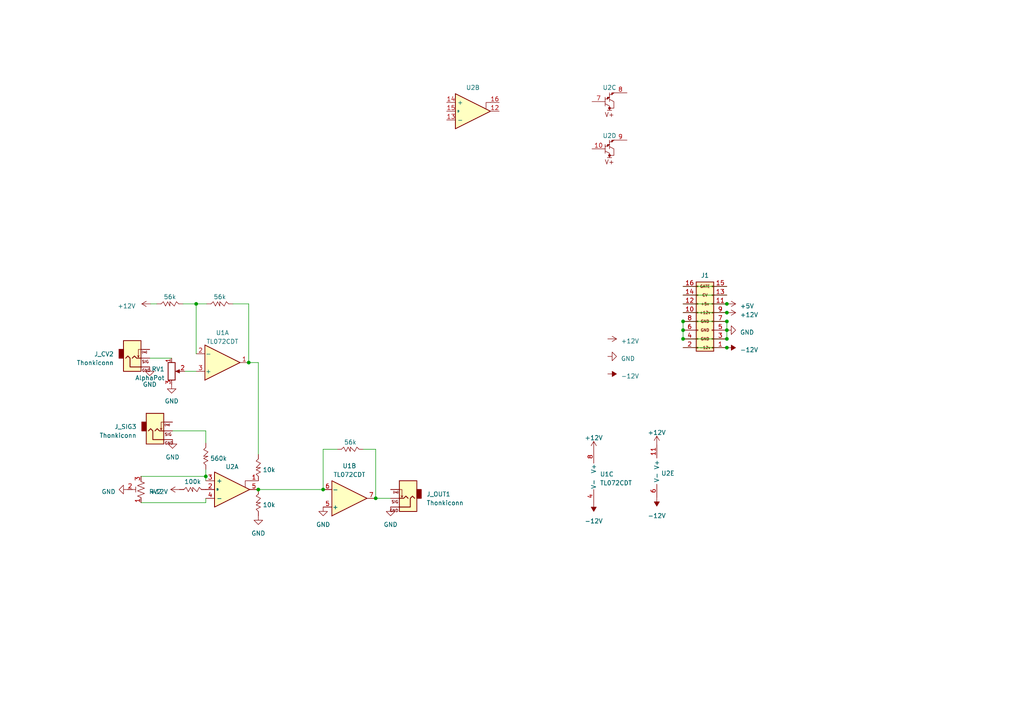
<source format=kicad_sch>
(kicad_sch (version 20230121) (generator eeschema)

  (uuid 2c4f3e56-5824-4879-b6a7-bdf6b132ac5c)

  (paper "A4")

  (lib_symbols
    (symbol "EuroRackTools:AlphaPot" (pin_names (offset 1.016) hide) (in_bom yes) (on_board yes)
      (property "Reference" "RV" (at -4.445 0 90)
        (effects (font (size 1.27 1.27)))
      )
      (property "Value" "AlphaPot" (at -2.54 0 90)
        (effects (font (size 1.27 1.27)))
      )
      (property "Footprint" "Potentiometer_THT:Potentiometer_Alpha_RD901F-40-00D_Single_Vertical" (at 0 11.43 0)
        (effects (font (size 1.27 1.27)) hide)
      )
      (property "Datasheet" "~" (at 0 0 0)
        (effects (font (size 1.27 1.27)) hide)
      )
      (property "Sim.Pins" "1=1 2=2 3=3" (at 0 0 0)
        (effects (font (size 0 0)) hide)
      )
      (property "Sim.Device" "SPICE" (at -5.08 -5.08 90)
        (effects (font (size 1.27 1.27)) hide)
      )
      (property "Sim.Params" "type=\"X\" model=\"pot100k\" lib=\"\"" (at 0 0 0)
        (effects (font (size 0 0)) hide)
      )
      (property "ki_keywords" "resistor variable" (at 0 0 0)
        (effects (font (size 1.27 1.27)) hide)
      )
      (property "ki_description" "Potentiometer" (at 0 0 0)
        (effects (font (size 1.27 1.27)) hide)
      )
      (property "ki_fp_filters" "Potentiometer*" (at 0 0 0)
        (effects (font (size 1.27 1.27)) hide)
      )
      (symbol "AlphaPot_0_1"
        (polyline
          (pts
            (xy 2.54 0)
            (xy 1.524 0)
          )
          (stroke (width 0) (type default))
          (fill (type none))
        )
        (polyline
          (pts
            (xy 1.143 0)
            (xy 2.286 0.508)
            (xy 2.286 -0.508)
            (xy 1.143 0)
          )
          (stroke (width 0) (type default))
          (fill (type outline))
        )
        (rectangle (start 1.016 2.54) (end -1.016 -2.54)
          (stroke (width 0.254) (type default))
          (fill (type none))
        )
      )
      (symbol "AlphaPot_1_1"
        (pin passive line (at 0 3.81 270) (length 1.27)
          (name "1" (effects (font (size 1.27 1.27))))
          (number "1" (effects (font (size 1.27 1.27))))
        )
        (pin passive line (at 3.81 0 180) (length 1.27)
          (name "2" (effects (font (size 1.27 1.27))))
          (number "2" (effects (font (size 1.27 1.27))))
        )
        (pin passive line (at 0 -3.81 90) (length 1.27)
          (name "3" (effects (font (size 1.27 1.27))))
          (number "3" (effects (font (size 1.27 1.27))))
        )
      )
    )
    (symbol "EuroRackTools:EuroPower16" (pin_names (offset 1.016) hide) (in_bom yes) (on_board yes)
      (property "Reference" "J" (at 1.27 10.16 0)
        (effects (font (size 1.27 1.27)))
      )
      (property "Value" "EuroPower16" (at 1.27 -12.7 0)
        (effects (font (size 1.27 1.27)) hide)
      )
      (property "Footprint" "Connector_IDC:IDC-Header_2x08_P2.54mm_Vertical_SMD" (at 1.524 -18.034 0)
        (effects (font (size 1.27 1.27)) hide)
      )
      (property "Datasheet" "~" (at 1.524 -15.367 0)
        (effects (font (size 1.27 1.27)) hide)
      )
      (property "lcsc" "C383608" (at 5.08 12.7 0)
        (effects (font (size 1.27 1.27)) hide)
      )
      (property "ki_keywords" "connector" (at 0 0 0)
        (effects (font (size 1.27 1.27)) hide)
      )
      (property "ki_description" "Generic connector, double row, 02x08, odd/even pin numbering scheme (row 1 odd numbers, row 2 even numbers), script generated (kicad-library-utils/schlib/autogen/connector/)" (at 0 0 0)
        (effects (font (size 1.27 1.27)) hide)
      )
      (property "ki_fp_filters" "Connector*:*_2x??_*" (at 0 0 0)
        (effects (font (size 1.27 1.27)) hide)
      )
      (symbol "EuroPower16_0_0"
        (text "+12v" (at 1.27 0 0)
          (effects (font (size 0.8 0.8)))
        )
        (text "+5v" (at 1.27 2.54 0)
          (effects (font (size 0.8 0.8)))
        )
        (text "-12v" (at 1.27 -10.16 0)
          (effects (font (size 0.8 0.8)))
        )
        (text "CV" (at 1.27 5.08 0)
          (effects (font (size 0.8 0.8)))
        )
        (text "GATE" (at 1.27 7.62 0)
          (effects (font (size 0.8 0.8)))
        )
        (text "GND" (at 1.27 -7.62 0)
          (effects (font (size 0.8 0.8)))
        )
        (text "GND" (at 1.27 -5.08 0)
          (effects (font (size 0.8 0.8)))
        )
        (text "GND" (at 1.27 -2.54 0)
          (effects (font (size 0.8 0.8)))
        )
      )
      (symbol "EuroPower16_1_1"
        (rectangle (start -1.27 -10.033) (end -0.762 -10.287)
          (stroke (width 0.1524) (type default))
          (fill (type none))
        )
        (rectangle (start -1.27 -7.493) (end -0.762 -7.747)
          (stroke (width 0.1524) (type default))
          (fill (type none))
        )
        (rectangle (start -1.27 -4.953) (end -0.762 -5.207)
          (stroke (width 0.1524) (type default))
          (fill (type none))
        )
        (rectangle (start -1.27 -2.413) (end -0.762 -2.667)
          (stroke (width 0.1524) (type default))
          (fill (type none))
        )
        (rectangle (start -1.27 0.127) (end -0.762 -0.127)
          (stroke (width 0.1524) (type default))
          (fill (type none))
        )
        (rectangle (start -1.27 2.667) (end -0.762 2.413)
          (stroke (width 0.1524) (type default))
          (fill (type none))
        )
        (rectangle (start -1.27 5.207) (end -0.762 4.953)
          (stroke (width 0.1524) (type default))
          (fill (type none))
        )
        (rectangle (start -1.27 7.747) (end -0.762 7.493)
          (stroke (width 0.1524) (type default))
          (fill (type none))
        )
        (rectangle (start -1.27 8.89) (end 3.81 -11.176)
          (stroke (width 0.254) (type default))
          (fill (type background))
        )
        (rectangle (start 3.302 -10.033) (end 3.81 -10.287)
          (stroke (width 0.1524) (type default))
          (fill (type none))
        )
        (rectangle (start 3.302 -7.493) (end 3.81 -7.747)
          (stroke (width 0.1524) (type default))
          (fill (type none))
        )
        (rectangle (start 3.302 -4.953) (end 3.81 -5.207)
          (stroke (width 0.1524) (type default))
          (fill (type none))
        )
        (rectangle (start 3.302 -2.413) (end 3.81 -2.667)
          (stroke (width 0.1524) (type default))
          (fill (type none))
        )
        (rectangle (start 3.302 0.127) (end 3.81 -0.127)
          (stroke (width 0.1524) (type default))
          (fill (type none))
        )
        (rectangle (start 3.302 2.667) (end 3.81 2.413)
          (stroke (width 0.1524) (type default))
          (fill (type none))
        )
        (rectangle (start 3.302 5.207) (end 3.81 4.953)
          (stroke (width 0.1524) (type default))
          (fill (type none))
        )
        (rectangle (start 3.302 7.747) (end 3.81 7.493)
          (stroke (width 0.1524) (type default))
          (fill (type none))
        )
        (pin power_out line (at 7.62 -10.16 180) (length 3.81)
          (name "-12v_R" (effects (font (size 1.27 1.27))))
          (number "1" (effects (font (size 1.27 1.27))))
        )
        (pin power_out line (at -5.08 0 0) (length 3.81)
          (name "+12V_L" (effects (font (size 1.27 1.27))))
          (number "10" (effects (font (size 1.27 1.27))))
        )
        (pin power_out line (at 7.62 2.54 180) (length 3.81)
          (name "+5v_R" (effects (font (size 1.27 1.27))))
          (number "11" (effects (font (size 1.27 1.27))))
        )
        (pin power_out line (at -5.08 2.54 0) (length 3.81)
          (name "+5v_L" (effects (font (size 1.27 1.27))))
          (number "12" (effects (font (size 1.27 1.27))))
        )
        (pin passive line (at 7.62 5.08 180) (length 3.81)
          (name "CV_R" (effects (font (size 1.27 1.27))))
          (number "13" (effects (font (size 1.27 1.27))))
        )
        (pin passive line (at -5.08 5.08 0) (length 3.81)
          (name "CV_L" (effects (font (size 1.27 1.27))))
          (number "14" (effects (font (size 1.27 1.27))))
        )
        (pin passive line (at 7.62 7.62 180) (length 3.81)
          (name "GATE_R" (effects (font (size 1.27 1.27))))
          (number "15" (effects (font (size 1.27 1.27))))
        )
        (pin passive line (at -5.08 7.62 0) (length 3.81)
          (name "GATE_L" (effects (font (size 1.27 1.27))))
          (number "16" (effects (font (size 1.27 1.27))))
        )
        (pin power_out line (at -5.08 -10.16 0) (length 3.81)
          (name "-12v_L" (effects (font (size 1.27 1.27))))
          (number "2" (effects (font (size 1.27 1.27))))
        )
        (pin power_out line (at 7.62 -7.62 180) (length 3.81)
          (name "GND" (effects (font (size 1.27 1.27))))
          (number "3" (effects (font (size 1.27 1.27))))
        )
        (pin power_out line (at -5.08 -7.62 0) (length 3.81)
          (name "GND" (effects (font (size 1.27 1.27))))
          (number "4" (effects (font (size 1.27 1.27))))
        )
        (pin power_out line (at 7.62 -5.08 180) (length 3.81)
          (name "GND_R3" (effects (font (size 1.27 1.27))))
          (number "5" (effects (font (size 1.27 1.27))))
        )
        (pin power_out line (at -5.08 -5.08 0) (length 3.81)
          (name "GND_L3" (effects (font (size 1.27 1.27))))
          (number "6" (effects (font (size 1.27 1.27))))
        )
        (pin power_out line (at 7.62 -2.54 180) (length 3.81)
          (name "GND_R2" (effects (font (size 1.27 1.27))))
          (number "7" (effects (font (size 1.27 1.27))))
        )
        (pin power_out line (at -5.08 -2.54 0) (length 3.81)
          (name "GND_L2" (effects (font (size 1.27 1.27))))
          (number "8" (effects (font (size 1.27 1.27))))
        )
        (pin power_out line (at 7.62 0 180) (length 3.81)
          (name "+12V_R" (effects (font (size 1.27 1.27))))
          (number "9" (effects (font (size 1.27 1.27))))
        )
      )
    )
    (symbol "EuroRackTools:TRIMPOT" (pin_names (offset 1.016) hide) (in_bom yes) (on_board yes)
      (property "Reference" "RV" (at -10.16 -6.35 90)
        (effects (font (size 1.27 1.27)))
      )
      (property "Value" "R_Potentiometer_Trim_US" (at 15.24 -2.54 90)
        (effects (font (size 1.27 1.27)) hide)
      )
      (property "Footprint" "Potentiometer_SMD:Potentiometer_Bourns_TC33X_Vertical" (at 7.62 11.43 0)
        (effects (font (size 1.27 1.27)) hide)
      )
      (property "Datasheet" "~" (at 0 0 0)
        (effects (font (size 1.27 1.27)) hide)
      )
      (property "lcsc" "C128545" (at 5.08 -15.24 0)
        (effects (font (size 1.27 1.27)) hide)
      )
      (property "ki_keywords" "resistor variable trimpot trimmer" (at 0 0 0)
        (effects (font (size 1.27 1.27)) hide)
      )
      (property "ki_description" "Trim-potentiometer, US symbol" (at 0 0 0)
        (effects (font (size 1.27 1.27)) hide)
      )
      (property "ki_fp_filters" "Potentiometer*" (at 0 0 0)
        (effects (font (size 1.27 1.27)) hide)
      )
      (symbol "TRIMPOT_0_1"
        (polyline
          (pts
            (xy 0 -2.286)
            (xy 0 -2.54)
          )
          (stroke (width 0) (type default))
          (fill (type none))
        )
        (polyline
          (pts
            (xy 0 2.286)
            (xy 0 2.54)
          )
          (stroke (width 0) (type default))
          (fill (type none))
        )
        (polyline
          (pts
            (xy 1.524 0.762)
            (xy 1.524 -0.762)
          )
          (stroke (width 0) (type default))
          (fill (type none))
        )
        (polyline
          (pts
            (xy 2.54 0)
            (xy 1.524 0)
          )
          (stroke (width 0) (type default))
          (fill (type none))
        )
        (polyline
          (pts
            (xy 0 -0.762)
            (xy 1.016 -1.143)
            (xy 0 -1.524)
            (xy -1.016 -1.905)
            (xy 0 -2.286)
          )
          (stroke (width 0) (type default))
          (fill (type none))
        )
        (polyline
          (pts
            (xy 0 0.762)
            (xy 1.016 0.381)
            (xy 0 0)
            (xy -1.016 -0.381)
            (xy 0 -0.762)
          )
          (stroke (width 0) (type default))
          (fill (type none))
        )
        (polyline
          (pts
            (xy 0 2.286)
            (xy 1.016 1.905)
            (xy 0 1.524)
            (xy -1.016 1.143)
            (xy 0 0.762)
          )
          (stroke (width 0) (type default))
          (fill (type none))
        )
      )
      (symbol "TRIMPOT_1_1"
        (pin passive line (at 0 3.81 270) (length 1.27)
          (name "1" (effects (font (size 1.27 1.27))))
          (number "1" (effects (font (size 1.27 1.27))))
        )
        (pin passive line (at 3.81 0 180) (length 1.27)
          (name "2" (effects (font (size 1.27 1.27))))
          (number "2" (effects (font (size 1.27 1.27))))
        )
        (pin passive line (at 0 -3.81 90) (length 1.27)
          (name "3" (effects (font (size 1.27 1.27))))
          (number "3" (effects (font (size 1.27 1.27))))
        )
      )
    )
    (symbol "EuroRackTools:Thonkiconn" (pin_numbers hide) (in_bom yes) (on_board yes)
      (property "Reference" "J" (at -1.27 -3.048 0)
        (effects (font (size 1.27 1.27)))
      )
      (property "Value" "Thonkiconn" (at 0 6.35 0)
        (effects (font (size 1.27 1.27)))
      )
      (property "Footprint" "Connector_Audio:Jack_3.5mm_QingPu_WQP-PJ398SM_Vertical_CircularHoles" (at 1.27 11.43 0)
        (effects (font (size 1.27 1.27)) hide)
      )
      (property "Datasheet" "~" (at 0 0 0)
        (effects (font (size 1.27 1.27)) hide)
      )
      (property "ki_keywords" "audio jack receptacle mono headphones phone TS connector" (at 0 0 0)
        (effects (font (size 1.27 1.27)) hide)
      )
      (property "ki_description" "Audio Jack, 2 Poles (Mono / TS), Switched T Pole (Normalling)" (at 0 0 0)
        (effects (font (size 1.27 1.27)) hide)
      )
      (property "ki_fp_filters" "Jack*" (at 0 0 0)
        (effects (font (size 1.27 1.27)) hide)
      )
      (symbol "Thonkiconn_0_0"
        (text "(no)" (at 3.556 -1.778 0)
          (effects (font (size 0.5 0.5)))
        )
        (text "GND" (at 4.064 3.556 0)
          (effects (font (size 0.8 0.8)))
        )
        (text "SIG" (at 3.81 1.016 0)
          (effects (font (size 0.8 0.8)))
        )
      )
      (symbol "Thonkiconn_0_1"
        (rectangle (start -2.54 0) (end -3.81 -2.54)
          (stroke (width 0.254) (type default))
          (fill (type outline))
        )
        (polyline
          (pts
            (xy 1.778 -0.254)
            (xy 2.032 -0.762)
          )
          (stroke (width 0) (type default))
          (fill (type none))
        )
        (polyline
          (pts
            (xy 0 0)
            (xy 0.635 -0.635)
            (xy 1.27 0)
            (xy 2.54 0)
          )
          (stroke (width 0.254) (type default))
          (fill (type none))
        )
        (polyline
          (pts
            (xy 2.54 -2.54)
            (xy 1.778 -2.54)
            (xy 1.778 -0.254)
            (xy 1.524 -0.762)
          )
          (stroke (width 0) (type default))
          (fill (type none))
        )
        (polyline
          (pts
            (xy 2.54 2.54)
            (xy -0.635 2.54)
            (xy -0.635 0)
            (xy -1.27 -0.635)
            (xy -1.905 0)
          )
          (stroke (width 0.254) (type default))
          (fill (type none))
        )
        (rectangle (start 2.54 3.81) (end -2.54 -5.08)
          (stroke (width 0.254) (type default))
          (fill (type background))
        )
      )
      (symbol "Thonkiconn_1_1"
        (pin passive line (at 5.08 2.54 180) (length 2.54)
          (name "~" (effects (font (size 1.27 1.27))))
          (number "S" (effects (font (size 1.27 1.27))))
        )
        (pin passive line (at 5.08 0 180) (length 2.54)
          (name "~" (effects (font (size 1.27 1.27))))
          (number "T" (effects (font (size 1.27 1.27))))
        )
        (pin passive line (at 5.08 -2.54 180) (length 2.54)
          (name "~" (effects (font (size 1.27 1.27))))
          (number "TN" (effects (font (size 1.27 1.27))))
        )
      )
    )
    (symbol "EuroRackTools:XL13700" (in_bom yes) (on_board yes)
      (property "Reference" "U" (at -1.27 0 0)
        (effects (font (size 1.27 1.27)))
      )
      (property "Value" "XL13700" (at 3.81 5.08 0)
        (effects (font (size 1.27 1.27)) hide)
      )
      (property "Footprint" "Package_SO:SOP-16_3.9x9.9mm_P1.27mm" (at -0.635 -8.89 0)
        (effects (font (size 1.27 1.27)) hide)
      )
      (property "Datasheet" "" (at 0 0 0)
        (effects (font (size 1.27 1.27)) hide)
      )
      (property "Sim.Pins" "1=1 2=2 3=3 4=4 5=5 6=6 7=7 8=8 9=9 10=10 11=11 12=12 13=13 14=14 15=15 16=16" (at 0 0 0)
        (effects (font (size 0 0)) hide)
      )
      (property "Sim.Device" "SPICE" (at 8.89 6.35 0)
        (effects (font (size 1.27 1.27)) hide)
      )
      (property "Sim.Params" "type=\"X\" model=\"MY_LM13700\" lib=\"\"" (at 0 0 0)
        (effects (font (size 0 0)) hide)
      )
      (property "LCSC" "C521166" (at 2.54 -6.35 0)
        (effects (font (size 1.27 1.27)) hide)
      )
      (symbol "XL13700_1_1"
        (polyline
          (pts
            (xy 3.81 -0.635)
            (xy 3.81 -2.54)
            (xy 5.08 -2.54)
          )
          (stroke (width 0) (type default))
          (fill (type none))
        )
        (polyline
          (pts
            (xy 5.08 0)
            (xy -5.08 -5.08)
            (xy -5.08 5.08)
            (xy 5.08 0)
          )
          (stroke (width 0.254) (type default))
          (fill (type background))
        )
        (pin input line (at 7.62 -2.54 180) (length 2.54)
          (name "~" (effects (font (size 1.27 1.27))))
          (number "1" (effects (font (size 1.27 1.27))))
        )
        (pin input line (at -7.62 0 0) (length 2.54)
          (name "D" (effects (font (size 0.508 0.508))))
          (number "2" (effects (font (size 1.27 1.27))))
        )
        (pin input line (at -7.62 -2.54 0) (length 2.54)
          (name "+" (effects (font (size 1.27 1.27))))
          (number "3" (effects (font (size 1.27 1.27))))
        )
        (pin input line (at -7.62 2.54 0) (length 2.54)
          (name "-" (effects (font (size 1.27 1.27))))
          (number "4" (effects (font (size 1.27 1.27))))
        )
        (pin output line (at 7.62 0 180) (length 2.54)
          (name "~" (effects (font (size 1.27 1.27))))
          (number "5" (effects (font (size 1.27 1.27))))
        )
      )
      (symbol "XL13700_2_1"
        (polyline
          (pts
            (xy 3.81 -0.635)
            (xy 3.81 -2.54)
            (xy 5.08 -2.54)
          )
          (stroke (width 0) (type default))
          (fill (type none))
        )
        (polyline
          (pts
            (xy 5.08 0)
            (xy -5.08 -5.08)
            (xy -5.08 5.08)
            (xy 5.08 0)
          )
          (stroke (width 0.254) (type default))
          (fill (type background))
        )
        (pin output line (at 7.62 0 180) (length 2.54)
          (name "~" (effects (font (size 1.27 1.27))))
          (number "12" (effects (font (size 1.27 1.27))))
        )
        (pin input line (at -7.62 2.54 0) (length 2.54)
          (name "-" (effects (font (size 1.27 1.27))))
          (number "13" (effects (font (size 1.27 1.27))))
        )
        (pin input line (at -7.62 -2.54 0) (length 2.54)
          (name "+" (effects (font (size 1.27 1.27))))
          (number "14" (effects (font (size 1.27 1.27))))
        )
        (pin input line (at -7.62 0 0) (length 2.54)
          (name "D" (effects (font (size 0.508 0.508))))
          (number "15" (effects (font (size 1.27 1.27))))
        )
        (pin input line (at 7.62 -2.54 180) (length 2.54)
          (name "~" (effects (font (size 1.27 1.27))))
          (number "16" (effects (font (size 1.27 1.27))))
        )
      )
      (symbol "XL13700_3_0"
        (polyline
          (pts
            (xy -1.905 2.54)
            (xy -3.175 2.54)
          )
          (stroke (width 0) (type default))
          (fill (type none))
        )
      )
      (symbol "XL13700_3_1"
        (circle (center -2.54 1.905) (radius 0.254)
          (stroke (width 0.254) (type default))
          (fill (type outline))
        )
        (polyline
          (pts
            (xy -3.81 -0.635)
            (xy -2.54 -1.27)
          )
          (stroke (width 0) (type default))
          (fill (type none))
        )
        (polyline
          (pts
            (xy -3.81 1.27)
            (xy -3.81 -1.27)
          )
          (stroke (width 0) (type default))
          (fill (type none))
        )
        (polyline
          (pts
            (xy -2.54 -1.905)
            (xy -1.27 -2.54)
          )
          (stroke (width 0) (type default))
          (fill (type none))
        )
        (polyline
          (pts
            (xy -2.54 0)
            (xy -2.54 -2.54)
          )
          (stroke (width 0) (type default))
          (fill (type none))
        )
        (polyline
          (pts
            (xy -3.81 0.635)
            (xy -2.54 1.27)
            (xy -2.54 1.905)
            (xy -2.54 2.54)
          )
          (stroke (width 0) (type default))
          (fill (type none))
        )
        (polyline
          (pts
            (xy -2.54 -1.27)
            (xy -3.175 -0.635)
            (xy -3.175 -1.27)
            (xy -2.54 -1.27)
          )
          (stroke (width 0) (type default))
          (fill (type outline))
        )
        (polyline
          (pts
            (xy -2.54 -0.635)
            (xy -1.27 0)
            (xy -1.27 1.905)
            (xy -2.54 1.905)
          )
          (stroke (width 0) (type default))
          (fill (type none))
        )
        (polyline
          (pts
            (xy -1.27 -2.54)
            (xy -1.905 -1.905)
            (xy -1.905 -2.54)
            (xy -1.27 -2.54)
          )
          (stroke (width 0) (type default))
          (fill (type outline))
        )
        (text "V+" (at -2.54 3.81 0)
          (effects (font (size 1.27 1.27)))
        )
        (pin input line (at -7.62 0 0) (length 3.81)
          (name "~" (effects (font (size 1.27 1.27))))
          (number "7" (effects (font (size 1.27 1.27))))
        )
        (pin output line (at 2.54 -2.54 180) (length 3.81)
          (name "~" (effects (font (size 1.27 1.27))))
          (number "8" (effects (font (size 1.27 1.27))))
        )
      )
      (symbol "XL13700_4_0"
        (polyline
          (pts
            (xy -1.905 2.54)
            (xy -3.175 2.54)
          )
          (stroke (width 0) (type default))
          (fill (type none))
        )
      )
      (symbol "XL13700_4_1"
        (circle (center -2.54 1.905) (radius 0.254)
          (stroke (width 0.254) (type default))
          (fill (type outline))
        )
        (polyline
          (pts
            (xy -3.81 -0.635)
            (xy -2.54 -1.27)
          )
          (stroke (width 0) (type default))
          (fill (type none))
        )
        (polyline
          (pts
            (xy -3.81 1.27)
            (xy -3.81 -1.27)
          )
          (stroke (width 0) (type default))
          (fill (type none))
        )
        (polyline
          (pts
            (xy -2.54 -1.905)
            (xy -1.27 -2.54)
          )
          (stroke (width 0) (type default))
          (fill (type none))
        )
        (polyline
          (pts
            (xy -2.54 0)
            (xy -2.54 -2.54)
          )
          (stroke (width 0) (type default))
          (fill (type none))
        )
        (polyline
          (pts
            (xy -3.81 0.635)
            (xy -2.54 1.27)
            (xy -2.54 1.905)
            (xy -2.54 2.54)
          )
          (stroke (width 0) (type default))
          (fill (type none))
        )
        (polyline
          (pts
            (xy -2.54 -1.27)
            (xy -3.175 -0.635)
            (xy -3.175 -1.27)
            (xy -2.54 -1.27)
          )
          (stroke (width 0) (type default))
          (fill (type outline))
        )
        (polyline
          (pts
            (xy -2.54 -0.635)
            (xy -1.27 0)
            (xy -1.27 1.905)
            (xy -2.54 1.905)
          )
          (stroke (width 0) (type default))
          (fill (type none))
        )
        (polyline
          (pts
            (xy -1.27 -2.54)
            (xy -1.905 -1.905)
            (xy -1.905 -2.54)
            (xy -1.27 -2.54)
          )
          (stroke (width 0) (type default))
          (fill (type outline))
        )
        (text "V+" (at -2.54 3.81 0)
          (effects (font (size 1.27 1.27)))
        )
        (pin input line (at -7.62 0 0) (length 3.81)
          (name "~" (effects (font (size 1.27 1.27))))
          (number "10" (effects (font (size 1.27 1.27))))
        )
        (pin output line (at 2.54 -2.54 180) (length 3.81)
          (name "~" (effects (font (size 1.27 1.27))))
          (number "9" (effects (font (size 1.27 1.27))))
        )
      )
      (symbol "XL13700_5_1"
        (pin power_in line (at -2.54 7.62 270) (length 3.81)
          (name "V+" (effects (font (size 1.27 1.27))))
          (number "11" (effects (font (size 1.27 1.27))))
        )
        (pin power_in line (at -2.54 -7.62 90) (length 3.81)
          (name "V-" (effects (font (size 1.27 1.27))))
          (number "6" (effects (font (size 1.27 1.27))))
        )
      )
    )
    (symbol "kpm-jlcpcb-basic:100k R 0402" (pin_numbers hide) (pin_names (offset 0)) (in_bom yes) (on_board yes)
      (property "Reference" "R" (at -1.27 6.35 0)
        (effects (font (size 1.27 1.27)) hide)
      )
      (property "Value" "100k" (at -0.635 3.81 0)
        (effects (font (size 1.27 1.27)))
      )
      (property "Footprint" "kpm-jlcpcb-basic:R_0402_1005Metric" (at -1.27 -6.35 0)
        (effects (font (size 1.27 1.27)) hide)
      )
      (property "Datasheet" "https://datasheet.lcsc.com/lcsc/2206010100_UNI-ROYAL-Uniroyal-Elec-0402WGF1003TCE_C25741.pdf" (at -6.35 6.35 90)
        (effects (font (size 1.27 1.27)) hide)
      )
      (property "LCSC" "C25741" (at -1.27 -1.905 0)
        (effects (font (size 1.27 1.27)) hide)
      )
      (property "Stock" "2440346" (at -1.27 -1.905 0)
        (effects (font (size 1.27 1.27)) hide)
      )
      (property "price" "0.0005" (at -1.27 -1.905 0)
        (effects (font (size 1.27 1.27)) hide)
      )
      (property "ki_keywords" "R res resistor" (at 0 0 0)
        (effects (font (size 1.27 1.27)) hide)
      )
      (property "ki_description" "62.5mW Thick Film Resistors ±1% 100kΩ 0402  Chip Resistor - Surface Mount ROHS" (at 0 0 0)
        (effects (font (size 1.27 1.27)) hide)
      )
      (property "ki_fp_filters" "R_*" (at 0 0 0)
        (effects (font (size 1.27 1.27)) hide)
      )
      (symbol "100k R 0402_0_1"
        (polyline
          (pts
            (xy -3.81 1.27)
            (xy -3.175 1.905)
            (xy -2.54 0.635)
            (xy -1.905 1.905)
            (xy -1.27 0.635)
            (xy -1.27 1.905)
            (xy 0 0.635)
            (xy 0.635 1.905)
            (xy 1.27 1.27)
          )
          (stroke (width 0) (type default))
          (fill (type none))
        )
      )
      (symbol "100k R 0402_1_1"
        (pin passive line (at -5.08 1.27 0) (length 1.27)
          (name "~" (effects (font (size 1.27 1.27))))
          (number "1" (effects (font (size 1.27 1.27))))
        )
        (pin passive line (at 2.54 1.27 180) (length 1.27)
          (name "~" (effects (font (size 1.27 1.27))))
          (number "2" (effects (font (size 1.27 1.27))))
        )
      )
    )
    (symbol "kpm-jlcpcb-basic:10k R 0402" (pin_numbers hide) (pin_names (offset 0)) (in_bom yes) (on_board yes)
      (property "Reference" "R" (at -1.27 6.35 0)
        (effects (font (size 1.27 1.27)) hide)
      )
      (property "Value" "10k" (at -0.635 3.81 0)
        (effects (font (size 1.27 1.27)))
      )
      (property "Footprint" "kpm-jlcpcb-basic:R_0402_1005Metric" (at -1.27 -6.35 0)
        (effects (font (size 1.27 1.27)) hide)
      )
      (property "Datasheet" "https://datasheet.lcsc.com/lcsc/2206010100_UNI-ROYAL-Uniroyal-Elec-0402WGF1002TCE_C25744.pdf" (at -6.35 6.35 90)
        (effects (font (size 1.27 1.27)) hide)
      )
      (property "LCSC" "C25744" (at -1.27 -1.905 0)
        (effects (font (size 1.27 1.27)) hide)
      )
      (property "Stock" "5277490" (at -1.27 -1.905 0)
        (effects (font (size 1.27 1.27)) hide)
      )
      (property "price" "0.0006" (at -1.27 -1.905 0)
        (effects (font (size 1.27 1.27)) hide)
      )
      (property "ki_keywords" "R res resistor" (at 0 0 0)
        (effects (font (size 1.27 1.27)) hide)
      )
      (property "ki_description" "62.5mW Thick Film Resistors ±1% 10kΩ 0402  Chip Resistor - Surface Mount ROHS" (at 0 0 0)
        (effects (font (size 1.27 1.27)) hide)
      )
      (property "ki_fp_filters" "R_*" (at 0 0 0)
        (effects (font (size 1.27 1.27)) hide)
      )
      (symbol "10k R 0402_0_1"
        (polyline
          (pts
            (xy -3.81 1.27)
            (xy -3.175 1.905)
            (xy -2.54 0.635)
            (xy -1.905 1.905)
            (xy -1.27 0.635)
            (xy -1.27 1.905)
            (xy 0 0.635)
            (xy 0.635 1.905)
            (xy 1.27 1.27)
          )
          (stroke (width 0) (type default))
          (fill (type none))
        )
      )
      (symbol "10k R 0402_1_1"
        (pin passive line (at -5.08 1.27 0) (length 1.27)
          (name "~" (effects (font (size 1.27 1.27))))
          (number "1" (effects (font (size 1.27 1.27))))
        )
        (pin passive line (at 2.54 1.27 180) (length 1.27)
          (name "~" (effects (font (size 1.27 1.27))))
          (number "2" (effects (font (size 1.27 1.27))))
        )
      )
    )
    (symbol "kpm-jlcpcb-basic:560k R 0603" (pin_numbers hide) (pin_names (offset 0)) (in_bom yes) (on_board yes)
      (property "Reference" "R" (at -1.27 6.35 0)
        (effects (font (size 1.27 1.27)) hide)
      )
      (property "Value" "560k" (at -0.635 3.81 0)
        (effects (font (size 1.27 1.27)))
      )
      (property "Footprint" "kpm-jlcpcb-basic:R_0603_1608Metric" (at -1.27 -6.35 0)
        (effects (font (size 1.27 1.27)) hide)
      )
      (property "Datasheet" "https://datasheet.lcsc.com/lcsc/2206010116_UNI-ROYAL-Uniroyal-Elec-0603WAF5603T5E_C23203.pdf" (at -6.35 6.35 90)
        (effects (font (size 1.27 1.27)) hide)
      )
      (property "LCSC" "C23203" (at -1.27 -1.905 0)
        (effects (font (size 1.27 1.27)) hide)
      )
      (property "Stock" "41233" (at -1.27 -1.905 0)
        (effects (font (size 1.27 1.27)) hide)
      )
      (property "price" "0.001" (at -1.27 -1.905 0)
        (effects (font (size 1.27 1.27)) hide)
      )
      (property "ki_keywords" "R res resistor" (at 0 0 0)
        (effects (font (size 1.27 1.27)) hide)
      )
      (property "ki_description" "100mW Thick Film Resistors ±1% 560kΩ 0603  Chip Resistor - Surface Mount ROHS" (at 0 0 0)
        (effects (font (size 1.27 1.27)) hide)
      )
      (property "ki_fp_filters" "R_*" (at 0 0 0)
        (effects (font (size 1.27 1.27)) hide)
      )
      (symbol "560k R 0603_0_1"
        (polyline
          (pts
            (xy -3.81 1.27)
            (xy -3.175 1.905)
            (xy -2.54 0.635)
            (xy -1.905 1.905)
            (xy -1.27 0.635)
            (xy -1.27 1.905)
            (xy 0 0.635)
            (xy 0.635 1.905)
            (xy 1.27 1.27)
          )
          (stroke (width 0) (type default))
          (fill (type none))
        )
      )
      (symbol "560k R 0603_1_1"
        (pin passive line (at -5.08 1.27 0) (length 1.27)
          (name "~" (effects (font (size 1.27 1.27))))
          (number "1" (effects (font (size 1.27 1.27))))
        )
        (pin passive line (at 2.54 1.27 180) (length 1.27)
          (name "~" (effects (font (size 1.27 1.27))))
          (number "2" (effects (font (size 1.27 1.27))))
        )
      )
    )
    (symbol "kpm-jlcpcb-basic:56k R 0402" (pin_numbers hide) (pin_names (offset 0)) (in_bom yes) (on_board yes)
      (property "Reference" "R" (at -1.27 6.35 0)
        (effects (font (size 1.27 1.27)) hide)
      )
      (property "Value" "56k" (at -0.635 3.81 0)
        (effects (font (size 1.27 1.27)))
      )
      (property "Footprint" "kpm-jlcpcb-basic:R_0402_1005Metric" (at -1.27 -6.35 0)
        (effects (font (size 1.27 1.27)) hide)
      )
      (property "Datasheet" "https://datasheet.lcsc.com/lcsc/2206010100_UNI-ROYAL-Uniroyal-Elec-0402WGF5602TCE_C25796.pdf" (at -6.35 6.35 90)
        (effects (font (size 1.27 1.27)) hide)
      )
      (property "LCSC" "C25796" (at -1.27 -1.905 0)
        (effects (font (size 1.27 1.27)) hide)
      )
      (property "Stock" "297888" (at -1.27 -1.905 0)
        (effects (font (size 1.27 1.27)) hide)
      )
      (property "price" "0.0005" (at -1.27 -1.905 0)
        (effects (font (size 1.27 1.27)) hide)
      )
      (property "ki_keywords" "R res resistor" (at 0 0 0)
        (effects (font (size 1.27 1.27)) hide)
      )
      (property "ki_description" "62.5mW Thick Film Resistors ±1% 56kΩ 0402  Chip Resistor - Surface Mount ROHS" (at 0 0 0)
        (effects (font (size 1.27 1.27)) hide)
      )
      (property "ki_fp_filters" "R_*" (at 0 0 0)
        (effects (font (size 1.27 1.27)) hide)
      )
      (symbol "56k R 0402_0_1"
        (polyline
          (pts
            (xy -3.81 1.27)
            (xy -3.175 1.905)
            (xy -2.54 0.635)
            (xy -1.905 1.905)
            (xy -1.27 0.635)
            (xy -1.27 1.905)
            (xy 0 0.635)
            (xy 0.635 1.905)
            (xy 1.27 1.27)
          )
          (stroke (width 0) (type default))
          (fill (type none))
        )
      )
      (symbol "56k R 0402_1_1"
        (pin passive line (at -5.08 1.27 0) (length 1.27)
          (name "~" (effects (font (size 1.27 1.27))))
          (number "1" (effects (font (size 1.27 1.27))))
        )
        (pin passive line (at 2.54 1.27 180) (length 1.27)
          (name "~" (effects (font (size 1.27 1.27))))
          (number "2" (effects (font (size 1.27 1.27))))
        )
      )
    )
    (symbol "kpm-jlcpcb-basic:TL072CDT" (pin_names (offset 0.127)) (in_bom yes) (on_board yes)
      (property "Reference" "U" (at 0 5.08 0)
        (effects (font (size 1.27 1.27)) (justify left))
      )
      (property "Value" "TL072CDT" (at 0 -5.08 0)
        (effects (font (size 1.27 1.27)) (justify left))
      )
      (property "Footprint" "kpm-jlcpcb-basic:SOIC-8_3.9x4.9mm_P1.27mm" (at 0 0 0)
        (effects (font (size 1.27 1.27)) hide)
      )
      (property "Datasheet" "https://datasheet.lcsc.com/lcsc/1809051915_STMicroelectronics-TL072CDT--_C6961.pdf" (at 0 0 0)
        (effects (font (size 1.27 1.27)) hide)
      )
      (property "LCSC" "C6961" (at 0 0 0)
        (effects (font (size 1.27 1.27)) hide)
      )
      (property "ki_locked" "" (at 0 0 0)
        (effects (font (size 1.27 1.27)))
      )
      (property "ki_keywords" "dual opamp" (at 0 0 0)
        (effects (font (size 1.27 1.27)) hide)
      )
      (property "ki_description" "Dual Low-Noise JFET-Input Operational Amplifiers, DIP-8/SOIC-8" (at 0 0 0)
        (effects (font (size 1.27 1.27)) hide)
      )
      (property "ki_fp_filters" "SOIC*3.9x4.9mm*P1.27mm* DIP*W7.62mm* TO*99* OnSemi*Micro8* TSSOP*3x3mm*P0.65mm* TSSOP*4.4x3mm*P0.65mm* MSOP*3x3mm*P0.65mm* SSOP*3.9x4.9mm*P0.635mm* LFCSP*2x2mm*P0.5mm* *SIP* SOIC*5.3x6.2mm*P1.27mm*" (at 0 0 0)
        (effects (font (size 1.27 1.27)) hide)
      )
      (symbol "TL072CDT_1_1"
        (polyline
          (pts
            (xy -5.08 5.08)
            (xy 5.08 0)
            (xy -5.08 -5.08)
            (xy -5.08 5.08)
          )
          (stroke (width 0.254) (type default))
          (fill (type background))
        )
        (pin output line (at 7.62 0 180) (length 2.54)
          (name "~" (effects (font (size 1.27 1.27))))
          (number "1" (effects (font (size 1.27 1.27))))
        )
        (pin input line (at -7.62 -2.54 0) (length 2.54)
          (name "-" (effects (font (size 1.27 1.27))))
          (number "2" (effects (font (size 1.27 1.27))))
        )
        (pin input line (at -7.62 2.54 0) (length 2.54)
          (name "+" (effects (font (size 1.27 1.27))))
          (number "3" (effects (font (size 1.27 1.27))))
        )
      )
      (symbol "TL072CDT_2_1"
        (polyline
          (pts
            (xy -5.08 5.08)
            (xy 5.08 0)
            (xy -5.08 -5.08)
            (xy -5.08 5.08)
          )
          (stroke (width 0.254) (type default))
          (fill (type background))
        )
        (pin input line (at -7.62 2.54 0) (length 2.54)
          (name "+" (effects (font (size 1.27 1.27))))
          (number "5" (effects (font (size 1.27 1.27))))
        )
        (pin input line (at -7.62 -2.54 0) (length 2.54)
          (name "-" (effects (font (size 1.27 1.27))))
          (number "6" (effects (font (size 1.27 1.27))))
        )
        (pin output line (at 7.62 0 180) (length 2.54)
          (name "~" (effects (font (size 1.27 1.27))))
          (number "7" (effects (font (size 1.27 1.27))))
        )
      )
      (symbol "TL072CDT_3_1"
        (pin power_in line (at -2.54 -7.62 90) (length 3.81)
          (name "V-" (effects (font (size 1.27 1.27))))
          (number "4" (effects (font (size 1.27 1.27))))
        )
        (pin power_in line (at -2.54 7.62 270) (length 3.81)
          (name "V+" (effects (font (size 1.27 1.27))))
          (number "8" (effects (font (size 1.27 1.27))))
        )
      )
    )
    (symbol "power:+12V" (power) (pin_names (offset 0)) (in_bom yes) (on_board yes)
      (property "Reference" "#PWR" (at 0 -3.81 0)
        (effects (font (size 1.27 1.27)) hide)
      )
      (property "Value" "+12V" (at 0 3.556 0)
        (effects (font (size 1.27 1.27)))
      )
      (property "Footprint" "" (at 0 0 0)
        (effects (font (size 1.27 1.27)) hide)
      )
      (property "Datasheet" "" (at 0 0 0)
        (effects (font (size 1.27 1.27)) hide)
      )
      (property "ki_keywords" "global power" (at 0 0 0)
        (effects (font (size 1.27 1.27)) hide)
      )
      (property "ki_description" "Power symbol creates a global label with name \"+12V\"" (at 0 0 0)
        (effects (font (size 1.27 1.27)) hide)
      )
      (symbol "+12V_0_1"
        (polyline
          (pts
            (xy -0.762 1.27)
            (xy 0 2.54)
          )
          (stroke (width 0) (type default))
          (fill (type none))
        )
        (polyline
          (pts
            (xy 0 0)
            (xy 0 2.54)
          )
          (stroke (width 0) (type default))
          (fill (type none))
        )
        (polyline
          (pts
            (xy 0 2.54)
            (xy 0.762 1.27)
          )
          (stroke (width 0) (type default))
          (fill (type none))
        )
      )
      (symbol "+12V_1_1"
        (pin power_in line (at 0 0 90) (length 0) hide
          (name "+12V" (effects (font (size 1.27 1.27))))
          (number "1" (effects (font (size 1.27 1.27))))
        )
      )
    )
    (symbol "power:+5V" (power) (pin_names (offset 0)) (in_bom yes) (on_board yes)
      (property "Reference" "#PWR" (at 0 -3.81 0)
        (effects (font (size 1.27 1.27)) hide)
      )
      (property "Value" "+5V" (at 0 3.556 0)
        (effects (font (size 1.27 1.27)))
      )
      (property "Footprint" "" (at 0 0 0)
        (effects (font (size 1.27 1.27)) hide)
      )
      (property "Datasheet" "" (at 0 0 0)
        (effects (font (size 1.27 1.27)) hide)
      )
      (property "ki_keywords" "global power" (at 0 0 0)
        (effects (font (size 1.27 1.27)) hide)
      )
      (property "ki_description" "Power symbol creates a global label with name \"+5V\"" (at 0 0 0)
        (effects (font (size 1.27 1.27)) hide)
      )
      (symbol "+5V_0_1"
        (polyline
          (pts
            (xy -0.762 1.27)
            (xy 0 2.54)
          )
          (stroke (width 0) (type default))
          (fill (type none))
        )
        (polyline
          (pts
            (xy 0 0)
            (xy 0 2.54)
          )
          (stroke (width 0) (type default))
          (fill (type none))
        )
        (polyline
          (pts
            (xy 0 2.54)
            (xy 0.762 1.27)
          )
          (stroke (width 0) (type default))
          (fill (type none))
        )
      )
      (symbol "+5V_1_1"
        (pin power_in line (at 0 0 90) (length 0) hide
          (name "+5V" (effects (font (size 1.27 1.27))))
          (number "1" (effects (font (size 1.27 1.27))))
        )
      )
    )
    (symbol "power:-12V" (power) (pin_names (offset 0)) (in_bom yes) (on_board yes)
      (property "Reference" "#PWR" (at 0 2.54 0)
        (effects (font (size 1.27 1.27)) hide)
      )
      (property "Value" "-12V" (at 0 3.81 0)
        (effects (font (size 1.27 1.27)))
      )
      (property "Footprint" "" (at 0 0 0)
        (effects (font (size 1.27 1.27)) hide)
      )
      (property "Datasheet" "" (at 0 0 0)
        (effects (font (size 1.27 1.27)) hide)
      )
      (property "ki_keywords" "global power" (at 0 0 0)
        (effects (font (size 1.27 1.27)) hide)
      )
      (property "ki_description" "Power symbol creates a global label with name \"-12V\"" (at 0 0 0)
        (effects (font (size 1.27 1.27)) hide)
      )
      (symbol "-12V_0_0"
        (pin power_in line (at 0 0 90) (length 0) hide
          (name "-12V" (effects (font (size 1.27 1.27))))
          (number "1" (effects (font (size 1.27 1.27))))
        )
      )
      (symbol "-12V_0_1"
        (polyline
          (pts
            (xy 0 0)
            (xy 0 1.27)
            (xy 0.762 1.27)
            (xy 0 2.54)
            (xy -0.762 1.27)
            (xy 0 1.27)
          )
          (stroke (width 0) (type default))
          (fill (type outline))
        )
      )
    )
    (symbol "power:GND" (power) (pin_names (offset 0)) (in_bom yes) (on_board yes)
      (property "Reference" "#PWR" (at 0 -6.35 0)
        (effects (font (size 1.27 1.27)) hide)
      )
      (property "Value" "GND" (at 0 -3.81 0)
        (effects (font (size 1.27 1.27)))
      )
      (property "Footprint" "" (at 0 0 0)
        (effects (font (size 1.27 1.27)) hide)
      )
      (property "Datasheet" "" (at 0 0 0)
        (effects (font (size 1.27 1.27)) hide)
      )
      (property "ki_keywords" "global power" (at 0 0 0)
        (effects (font (size 1.27 1.27)) hide)
      )
      (property "ki_description" "Power symbol creates a global label with name \"GND\" , ground" (at 0 0 0)
        (effects (font (size 1.27 1.27)) hide)
      )
      (symbol "GND_0_1"
        (polyline
          (pts
            (xy 0 0)
            (xy 0 -1.27)
            (xy 1.27 -1.27)
            (xy 0 -2.54)
            (xy -1.27 -1.27)
            (xy 0 -1.27)
          )
          (stroke (width 0) (type default))
          (fill (type none))
        )
      )
      (symbol "GND_1_1"
        (pin power_in line (at 0 0 270) (length 0) hide
          (name "GND" (effects (font (size 1.27 1.27))))
          (number "1" (effects (font (size 1.27 1.27))))
        )
      )
    )
  )

  (junction (at 210.82 93.218) (diameter 0) (color 0 0 0 0)
    (uuid 029bd916-2155-46b8-bb84-9527b5180c72)
  )
  (junction (at 108.966 144.526) (diameter 0) (color 0 0 0 0)
    (uuid 09d3876a-19d4-4260-868d-1cc613026276)
  )
  (junction (at 93.726 141.986) (diameter 0) (color 0 0 0 0)
    (uuid 1f2d77c4-3c5f-40d1-b9d2-223f870ff468)
  )
  (junction (at 56.896 88.138) (diameter 0) (color 0 0 0 0)
    (uuid 20728aec-2aab-431d-b2b8-2841ee68c433)
  )
  (junction (at 198.12 95.758) (diameter 0) (color 0 0 0 0)
    (uuid 2455bfd4-fc85-49d5-88ca-dbf263270916)
  )
  (junction (at 210.82 98.298) (diameter 0) (color 0 0 0 0)
    (uuid 27b4339f-6eaa-4b23-ba42-c178cb82e2e7)
  )
  (junction (at 198.12 93.218) (diameter 0) (color 0 0 0 0)
    (uuid 2bba0457-16c8-4192-a6a4-ead8d468d3a6)
  )
  (junction (at 210.82 88.138) (diameter 0) (color 0 0 0 0)
    (uuid 5abd6513-811a-4933-beb1-67893c35163d)
  )
  (junction (at 198.12 98.298) (diameter 0) (color 0 0 0 0)
    (uuid 7970e5a0-3fdf-4f3a-b363-19b23a1081a2)
  )
  (junction (at 72.136 105.156) (diameter 0) (color 0 0 0 0)
    (uuid 8ce301ed-25e1-403c-aa44-91e00a77f544)
  )
  (junction (at 59.69 138.176) (diameter 0) (color 0 0 0 0)
    (uuid a721a430-1bca-4c51-8c85-dfaff1c58f9f)
  )
  (junction (at 210.82 90.678) (diameter 0) (color 0 0 0 0)
    (uuid bc32d494-6692-4a01-ac02-7f9047dd7860)
  )
  (junction (at 210.82 100.838) (diameter 0) (color 0 0 0 0)
    (uuid c48919c8-87c5-4009-ac6e-ada451195fdf)
  )
  (junction (at 210.82 95.758) (diameter 0) (color 0 0 0 0)
    (uuid f1b331fa-7ac3-4de5-afe9-be4bc4049d08)
  )
  (junction (at 74.93 141.986) (diameter 0) (color 0 0 0 0)
    (uuid f20d37d7-0a90-46e7-aa5d-a1a932dcfe51)
  )

  (wire (pts (xy 59.69 138.176) (xy 40.894 138.176))
    (stroke (width 0) (type default))
    (uuid 14f40676-6e91-492e-9271-bed0da76e55d)
  )
  (wire (pts (xy 56.896 88.138) (xy 59.944 88.138))
    (stroke (width 0) (type default))
    (uuid 15c73695-2161-4326-b2e1-5955e5703ca3)
  )
  (wire (pts (xy 113.284 144.526) (xy 108.966 144.526))
    (stroke (width 0) (type default))
    (uuid 1a3c379c-3c6a-4c0b-9115-bd613f959418)
  )
  (wire (pts (xy 74.93 141.986) (xy 93.726 141.986))
    (stroke (width 0) (type default))
    (uuid 22ccead7-147d-490a-9ceb-0b21cbaf0cb3)
  )
  (wire (pts (xy 72.136 88.138) (xy 72.136 105.156))
    (stroke (width 0) (type default))
    (uuid 253ff3a9-e5bf-49b4-94a4-19c256254f8b)
  )
  (wire (pts (xy 105.41 130.302) (xy 108.966 130.302))
    (stroke (width 0) (type default))
    (uuid 26a1d282-986b-4644-8a78-c19da5983550)
  )
  (wire (pts (xy 74.93 105.156) (xy 72.136 105.156))
    (stroke (width 0) (type default))
    (uuid 2b06410d-ee9e-4090-b6b6-889cd42a0e2c)
  )
  (wire (pts (xy 198.12 100.838) (xy 210.82 100.838))
    (stroke (width 0) (type default))
    (uuid 2f4419a2-2133-4056-b806-3d33c46d6b2c)
  )
  (wire (pts (xy 210.82 98.298) (xy 198.12 98.298))
    (stroke (width 0) (type default))
    (uuid 30e22e2f-3ccf-466b-8759-7c9c2842c61f)
  )
  (wire (pts (xy 59.69 136.144) (xy 59.69 138.176))
    (stroke (width 0) (type default))
    (uuid 3a94bb06-bab7-4a6d-9a55-227417d27cf2)
  )
  (wire (pts (xy 53.086 88.138) (xy 56.896 88.138))
    (stroke (width 0) (type default))
    (uuid 3cddcb82-baa7-47f7-b3c5-7ee35414c5d4)
  )
  (wire (pts (xy 198.12 93.218) (xy 210.82 93.218))
    (stroke (width 0) (type default))
    (uuid 421adfc8-3592-4137-9d98-72f073a85535)
  )
  (wire (pts (xy 59.69 139.446) (xy 59.69 138.176))
    (stroke (width 0) (type default))
    (uuid 4eb65522-0e80-4100-a3b4-c444ce3428e7)
  )
  (wire (pts (xy 59.69 124.968) (xy 59.69 128.524))
    (stroke (width 0) (type default))
    (uuid 55f9ed6b-b05b-49f4-82f9-d7243ba4a59a)
  )
  (wire (pts (xy 43.688 88.138) (xy 45.466 88.138))
    (stroke (width 0) (type default))
    (uuid 5b95047e-637b-4b5a-98fb-814ea7e64536)
  )
  (wire (pts (xy 67.564 88.138) (xy 72.136 88.138))
    (stroke (width 0) (type default))
    (uuid 8ce8bf97-9f33-42a4-bfe9-f2a30ab16f16)
  )
  (wire (pts (xy 198.12 88.138) (xy 210.82 88.138))
    (stroke (width 0) (type default))
    (uuid 9419e1d1-0102-486c-b65f-83c79e676ae1)
  )
  (wire (pts (xy 56.896 107.696) (xy 53.594 107.696))
    (stroke (width 0) (type default))
    (uuid 98976187-5d28-42f6-98fd-4bfec6f30e3c)
  )
  (wire (pts (xy 198.12 85.598) (xy 210.82 85.598))
    (stroke (width 0) (type default))
    (uuid 9e005724-babd-43f7-aba5-bf7653cd7360)
  )
  (wire (pts (xy 50.038 124.968) (xy 59.69 124.968))
    (stroke (width 0) (type default))
    (uuid 9fa88bfb-4b94-4a31-b26e-823ffa8fbde7)
  )
  (wire (pts (xy 198.12 83.058) (xy 210.82 83.058))
    (stroke (width 0) (type default))
    (uuid a00649a4-7832-4c77-8f9a-e307bd08cc8f)
  )
  (wire (pts (xy 59.69 144.526) (xy 59.69 145.796))
    (stroke (width 0) (type default))
    (uuid a68ebe66-231a-4dac-a351-51049ea0bb88)
  )
  (wire (pts (xy 56.896 102.616) (xy 56.896 88.138))
    (stroke (width 0) (type default))
    (uuid a70bbdf1-1dc7-41b6-a494-96cb39eb45dc)
  )
  (wire (pts (xy 74.93 131.826) (xy 74.93 105.156))
    (stroke (width 0) (type default))
    (uuid a883ac98-1fee-4dea-a0da-377696749f56)
  )
  (wire (pts (xy 108.966 130.302) (xy 108.966 144.526))
    (stroke (width 0) (type default))
    (uuid b2698ec6-d569-4c0c-a97e-1ca8f44863a5)
  )
  (wire (pts (xy 93.726 141.986) (xy 93.726 130.302))
    (stroke (width 0) (type default))
    (uuid b64aa35c-5b58-4f4c-a94b-8d9f1fafe43c)
  )
  (wire (pts (xy 198.12 98.298) (xy 198.12 95.758))
    (stroke (width 0) (type default))
    (uuid bd34f2bc-45ec-4925-8587-e790a1ea6baa)
  )
  (wire (pts (xy 198.12 95.758) (xy 198.12 93.218))
    (stroke (width 0) (type default))
    (uuid bdf53f0b-0ae7-4218-8ecd-d66cd5526bbc)
  )
  (wire (pts (xy 210.82 95.758) (xy 210.82 98.298))
    (stroke (width 0) (type default))
    (uuid da3056f4-dd89-49e0-a7ff-93cfd700b363)
  )
  (wire (pts (xy 43.434 103.886) (xy 49.784 103.886))
    (stroke (width 0) (type default))
    (uuid e18192fe-ce3e-4b50-a200-3330943e0fcb)
  )
  (wire (pts (xy 93.726 130.302) (xy 97.79 130.302))
    (stroke (width 0) (type default))
    (uuid e3aeda6f-e289-42ac-be30-d08fc870f19a)
  )
  (wire (pts (xy 59.69 145.796) (xy 40.894 145.796))
    (stroke (width 0) (type default))
    (uuid e4e84b44-c3a5-470b-b128-4bc657347856)
  )
  (wire (pts (xy 198.12 90.678) (xy 210.82 90.678))
    (stroke (width 0) (type default))
    (uuid fbe93ffd-9c59-464c-be84-907aecbe4c82)
  )
  (wire (pts (xy 210.82 93.218) (xy 210.82 95.758))
    (stroke (width 0) (type default))
    (uuid ff389682-9e0c-49c8-b2ab-ca5b13af1087)
  )

  (symbol (lib_id "kpm-jlcpcb-basic:TL072CDT") (at 101.346 144.526 0) (mirror x) (unit 2)
    (in_bom yes) (on_board yes) (dnp no) (fields_autoplaced)
    (uuid 06a55a2b-fd31-4419-bbb8-f005ea0003cd)
    (property "Reference" "U1" (at 101.346 135.128 0)
      (effects (font (size 1.27 1.27)))
    )
    (property "Value" "TL072CDT" (at 101.346 137.668 0)
      (effects (font (size 1.27 1.27)))
    )
    (property "Footprint" "kpm-jlcpcb-basic:SOIC-8_3.9x4.9mm_P1.27mm" (at 101.346 144.526 0)
      (effects (font (size 1.27 1.27)) hide)
    )
    (property "Datasheet" "https://datasheet.lcsc.com/lcsc/1809051915_STMicroelectronics-TL072CDT--_C6961.pdf" (at 101.346 144.526 0)
      (effects (font (size 1.27 1.27)) hide)
    )
    (property "LCSC" "C6961" (at 101.346 144.526 0)
      (effects (font (size 1.27 1.27)) hide)
    )
    (pin "1" (uuid 3c2098cc-8d84-49f0-8297-943e3f8b52b9))
    (pin "2" (uuid f32dc463-a4bc-44ec-8f0d-684f44310f27))
    (pin "3" (uuid e846b8f8-1ab6-49e1-a626-28c1f174d422))
    (pin "5" (uuid dda47572-d79b-402c-a9fa-af454333783f))
    (pin "6" (uuid 1841480f-8953-4bd8-a08b-e7dd97c681ac))
    (pin "7" (uuid 78d75c70-7278-43d4-bb56-60756163f85b))
    (pin "4" (uuid 333fc68b-fe5e-4220-a0b2-ed5d5e98c939))
    (pin "8" (uuid dfc4db05-35db-47f3-bc44-089ef1aee299))
    (instances
      (project "wissystem_vca1"
        (path "/2c4f3e56-5824-4879-b6a7-bdf6b132ac5c"
          (reference "U1") (unit 2)
        )
      )
    )
  )

  (symbol (lib_id "power:GND") (at 49.784 111.506 0) (unit 1)
    (in_bom yes) (on_board yes) (dnp no) (fields_autoplaced)
    (uuid 079f03bc-3dca-48b6-803e-c6b16060710c)
    (property "Reference" "#PWR013" (at 49.784 117.856 0)
      (effects (font (size 1.27 1.27)) hide)
    )
    (property "Value" "GND" (at 49.784 116.332 0)
      (effects (font (size 1.27 1.27)))
    )
    (property "Footprint" "" (at 49.784 111.506 0)
      (effects (font (size 1.27 1.27)) hide)
    )
    (property "Datasheet" "" (at 49.784 111.506 0)
      (effects (font (size 1.27 1.27)) hide)
    )
    (pin "1" (uuid 6618f536-94f2-4b9c-80ce-685e0cd6d3bc))
    (instances
      (project "wissystem_vca1"
        (path "/2c4f3e56-5824-4879-b6a7-bdf6b132ac5c"
          (reference "#PWR013") (unit 1)
        )
      )
    )
  )

  (symbol (lib_id "kpm-jlcpcb-basic:100k R 0402") (at 57.15 143.256 0) (unit 1)
    (in_bom yes) (on_board yes) (dnp no) (fields_autoplaced)
    (uuid 0a1ac7fc-2249-40cd-b8ad-130606855487)
    (property "Reference" "R3" (at 55.88 136.906 0)
      (effects (font (size 1.27 1.27)) hide)
    )
    (property "Value" "100k" (at 55.88 139.7 0)
      (effects (font (size 1.27 1.27)))
    )
    (property "Footprint" "kpm-jlcpcb-basic:R_0402_1005Metric" (at 55.88 149.606 0)
      (effects (font (size 1.27 1.27)) hide)
    )
    (property "Datasheet" "https://datasheet.lcsc.com/lcsc/2206010100_UNI-ROYAL-Uniroyal-Elec-0402WGF1003TCE_C25741.pdf" (at 50.8 136.906 90)
      (effects (font (size 1.27 1.27)) hide)
    )
    (property "LCSC" "C25741" (at 55.88 145.161 0)
      (effects (font (size 1.27 1.27)) hide)
    )
    (property "Stock" "2440346" (at 55.88 145.161 0)
      (effects (font (size 1.27 1.27)) hide)
    )
    (property "price" "0.0005" (at 55.88 145.161 0)
      (effects (font (size 1.27 1.27)) hide)
    )
    (pin "1" (uuid 6b778a99-b01b-49b3-bf55-1d5112e512ae))
    (pin "2" (uuid 47b94e5e-caf6-4b71-ab41-7a2b3ddd131e))
    (instances
      (project "wissystem_vca1"
        (path "/2c4f3e56-5824-4879-b6a7-bdf6b132ac5c"
          (reference "R3") (unit 1)
        )
      )
    )
  )

  (symbol (lib_id "kpm-jlcpcb-basic:560k R 0603") (at 60.96 131.064 90) (unit 1)
    (in_bom yes) (on_board yes) (dnp no) (fields_autoplaced)
    (uuid 10999d3c-c371-4a7a-b54c-c8e2b2b7be9c)
    (property "Reference" "R4" (at 54.61 132.334 0)
      (effects (font (size 1.27 1.27)) hide)
    )
    (property "Value" "560k" (at 60.96 132.969 90)
      (effects (font (size 1.27 1.27)) (justify right))
    )
    (property "Footprint" "kpm-jlcpcb-basic:R_0603_1608Metric" (at 67.31 132.334 0)
      (effects (font (size 1.27 1.27)) hide)
    )
    (property "Datasheet" "https://datasheet.lcsc.com/lcsc/2206010116_UNI-ROYAL-Uniroyal-Elec-0603WAF5603T5E_C23203.pdf" (at 54.61 137.414 90)
      (effects (font (size 1.27 1.27)) hide)
    )
    (property "LCSC" "C23203" (at 62.865 132.334 0)
      (effects (font (size 1.27 1.27)) hide)
    )
    (property "Stock" "41233" (at 62.865 132.334 0)
      (effects (font (size 1.27 1.27)) hide)
    )
    (property "price" "0.001" (at 62.865 132.334 0)
      (effects (font (size 1.27 1.27)) hide)
    )
    (pin "1" (uuid eed97a28-613d-4831-a51e-7fa483c7e0b8))
    (pin "2" (uuid 1826d898-2883-4b6d-bef3-63213f1a3f1d))
    (instances
      (project "wissystem_vca1"
        (path "/2c4f3e56-5824-4879-b6a7-bdf6b132ac5c"
          (reference "R4") (unit 1)
        )
      )
    )
  )

  (symbol (lib_id "power:GND") (at 93.726 147.066 0) (mirror y) (unit 1)
    (in_bom yes) (on_board yes) (dnp no) (fields_autoplaced)
    (uuid 185d217c-4cfc-4197-ab02-8bc625d34095)
    (property "Reference" "#PWR020" (at 93.726 153.416 0)
      (effects (font (size 1.27 1.27)) hide)
    )
    (property "Value" "GND" (at 93.726 152.146 0)
      (effects (font (size 1.27 1.27)))
    )
    (property "Footprint" "" (at 93.726 147.066 0)
      (effects (font (size 1.27 1.27)) hide)
    )
    (property "Datasheet" "" (at 93.726 147.066 0)
      (effects (font (size 1.27 1.27)) hide)
    )
    (pin "1" (uuid c407cbc8-deec-4463-a10c-e7c3834bf2be))
    (instances
      (project "wissystem_vca1"
        (path "/2c4f3e56-5824-4879-b6a7-bdf6b132ac5c"
          (reference "#PWR020") (unit 1)
        )
      )
    )
  )

  (symbol (lib_id "EuroRackTools:Thonkiconn") (at 38.354 103.886 0) (mirror x) (unit 1)
    (in_bom yes) (on_board yes) (dnp no) (fields_autoplaced)
    (uuid 1b9cb513-6689-428f-9679-2d4e97597847)
    (property "Reference" "J_CV2" (at 33.02 102.688 0)
      (effects (font (size 1.27 1.27)) (justify right))
    )
    (property "Value" "Thonkiconn" (at 33.02 105.228 0)
      (effects (font (size 1.27 1.27)) (justify right))
    )
    (property "Footprint" "Connector_Audio:Jack_3.5mm_QingPu_WQP-PJ398SM_Vertical_CircularHoles" (at 39.624 115.316 0)
      (effects (font (size 1.27 1.27)) hide)
    )
    (property "Datasheet" "~" (at 38.354 103.886 0)
      (effects (font (size 1.27 1.27)) hide)
    )
    (pin "S" (uuid f7e30b3f-9fc4-4c5b-ac8e-e98ab1f4936d))
    (pin "T" (uuid 9bca12de-d871-44aa-b312-c708c8888b66))
    (pin "TN" (uuid 250ae4aa-9398-4145-993b-85a3aa1cf39c))
    (instances
      (project "wissystem_vca1"
        (path "/2c4f3e56-5824-4879-b6a7-bdf6b132ac5c"
          (reference "J_CV2") (unit 1)
        )
      )
    )
  )

  (symbol (lib_id "power:+12V") (at 43.688 88.138 90) (unit 1)
    (in_bom yes) (on_board yes) (dnp no) (fields_autoplaced)
    (uuid 23ac4c85-5de2-48ff-9a35-17b37b4fad96)
    (property "Reference" "#PWR014" (at 47.498 88.138 0)
      (effects (font (size 1.27 1.27)) hide)
    )
    (property "Value" "+12V" (at 39.37 88.773 90)
      (effects (font (size 1.27 1.27)) (justify left))
    )
    (property "Footprint" "" (at 43.688 88.138 0)
      (effects (font (size 1.27 1.27)) hide)
    )
    (property "Datasheet" "" (at 43.688 88.138 0)
      (effects (font (size 1.27 1.27)) hide)
    )
    (pin "1" (uuid a6ba6c76-981d-40b2-a105-418898978253))
    (instances
      (project "wissystem_vca1"
        (path "/2c4f3e56-5824-4879-b6a7-bdf6b132ac5c"
          (reference "#PWR014") (unit 1)
        )
      )
    )
  )

  (symbol (lib_id "power:+12V") (at 52.07 141.986 90) (unit 1)
    (in_bom yes) (on_board yes) (dnp no) (fields_autoplaced)
    (uuid 25a2dfe4-8eeb-484f-9f98-87f6549ccf72)
    (property "Reference" "#PWR017" (at 55.88 141.986 0)
      (effects (font (size 1.27 1.27)) hide)
    )
    (property "Value" "+12V" (at 48.768 142.621 90)
      (effects (font (size 1.27 1.27)) (justify left))
    )
    (property "Footprint" "" (at 52.07 141.986 0)
      (effects (font (size 1.27 1.27)) hide)
    )
    (property "Datasheet" "" (at 52.07 141.986 0)
      (effects (font (size 1.27 1.27)) hide)
    )
    (pin "1" (uuid df81d6bb-27cc-4b60-9201-884d303e340c))
    (instances
      (project "wissystem_vca1"
        (path "/2c4f3e56-5824-4879-b6a7-bdf6b132ac5c"
          (reference "#PWR017") (unit 1)
        )
      )
    )
  )

  (symbol (lib_id "power:GND") (at 37.084 141.986 270) (unit 1)
    (in_bom yes) (on_board yes) (dnp no) (fields_autoplaced)
    (uuid 2ca6d525-9b88-44e2-a60f-63f9f0a2802d)
    (property "Reference" "#PWR018" (at 30.734 141.986 0)
      (effects (font (size 1.27 1.27)) hide)
    )
    (property "Value" "GND" (at 33.528 142.621 90)
      (effects (font (size 1.27 1.27)) (justify right))
    )
    (property "Footprint" "" (at 37.084 141.986 0)
      (effects (font (size 1.27 1.27)) hide)
    )
    (property "Datasheet" "" (at 37.084 141.986 0)
      (effects (font (size 1.27 1.27)) hide)
    )
    (pin "1" (uuid 22c6ba85-6554-457e-925b-a958d79dfb7c))
    (instances
      (project "wissystem_vca1"
        (path "/2c4f3e56-5824-4879-b6a7-bdf6b132ac5c"
          (reference "#PWR018") (unit 1)
        )
      )
    )
  )

  (symbol (lib_id "power:-12V") (at 172.212 145.796 180) (unit 1)
    (in_bom yes) (on_board yes) (dnp no) (fields_autoplaced)
    (uuid 309dfb91-69cb-4931-8eee-6d3b15aa32b5)
    (property "Reference" "#PWR012" (at 172.212 148.336 0)
      (effects (font (size 1.27 1.27)) hide)
    )
    (property "Value" "-12V" (at 172.212 151.13 0)
      (effects (font (size 1.27 1.27)))
    )
    (property "Footprint" "" (at 172.212 145.796 0)
      (effects (font (size 1.27 1.27)) hide)
    )
    (property "Datasheet" "" (at 172.212 145.796 0)
      (effects (font (size 1.27 1.27)) hide)
    )
    (pin "1" (uuid 1eda8dea-0ae0-4f45-83fd-0ffd9cee48c8))
    (instances
      (project "wissystem_vca1"
        (path "/2c4f3e56-5824-4879-b6a7-bdf6b132ac5c"
          (reference "#PWR012") (unit 1)
        )
      )
    )
  )

  (symbol (lib_id "power:-12V") (at 190.5 144.272 180) (unit 1)
    (in_bom yes) (on_board yes) (dnp no) (fields_autoplaced)
    (uuid 31b82d60-fed4-46f0-8c6a-a3b66daa326d)
    (property "Reference" "#PWR016" (at 190.5 146.812 0)
      (effects (font (size 1.27 1.27)) hide)
    )
    (property "Value" "-12V" (at 190.5 149.606 0)
      (effects (font (size 1.27 1.27)))
    )
    (property "Footprint" "" (at 190.5 144.272 0)
      (effects (font (size 1.27 1.27)) hide)
    )
    (property "Datasheet" "" (at 190.5 144.272 0)
      (effects (font (size 1.27 1.27)) hide)
    )
    (pin "1" (uuid 69971ac0-61f0-42ac-93d3-f317a86eb8ee))
    (instances
      (project "wissystem_vca1"
        (path "/2c4f3e56-5824-4879-b6a7-bdf6b132ac5c"
          (reference "#PWR016") (unit 1)
        )
      )
    )
  )

  (symbol (lib_id "EuroRackTools:TRIMPOT") (at 40.894 141.986 180) (unit 1)
    (in_bom yes) (on_board yes) (dnp no) (fields_autoplaced)
    (uuid 33f32108-31f1-4145-b6e7-7294e50b73e7)
    (property "Reference" "RV2" (at 43.18 142.621 0)
      (effects (font (size 1.27 1.27)) (justify right))
    )
    (property "Value" "R_Potentiometer_Trim_US" (at 25.654 139.446 90)
      (effects (font (size 1.27 1.27)) hide)
    )
    (property "Footprint" "Potentiometer_SMD:Potentiometer_Bourns_TC33X_Vertical" (at 33.274 153.416 0)
      (effects (font (size 1.27 1.27)) hide)
    )
    (property "Datasheet" "~" (at 40.894 141.986 0)
      (effects (font (size 1.27 1.27)) hide)
    )
    (property "lcsc" "C128545" (at 35.814 126.746 0)
      (effects (font (size 1.27 1.27)) hide)
    )
    (pin "1" (uuid 8690058d-5f50-4e9d-8dc3-e044665cd4dd))
    (pin "2" (uuid a1889a2e-b3e8-4dba-8f17-b8a02aff8d88))
    (pin "3" (uuid d1bff8fd-3e21-46ed-85c9-d13e713aef79))
    (instances
      (project "wissystem_vca1"
        (path "/2c4f3e56-5824-4879-b6a7-bdf6b132ac5c"
          (reference "RV2") (unit 1)
        )
      )
    )
  )

  (symbol (lib_id "kpm-jlcpcb-basic:10k R 0402") (at 76.2 144.526 90) (unit 1)
    (in_bom yes) (on_board yes) (dnp no) (fields_autoplaced)
    (uuid 37c93017-94e7-4b86-8cc6-708085b05d26)
    (property "Reference" "R6" (at 69.85 145.796 0)
      (effects (font (size 1.27 1.27)) hide)
    )
    (property "Value" "10k" (at 76.2 146.431 90)
      (effects (font (size 1.27 1.27)) (justify right))
    )
    (property "Footprint" "kpm-jlcpcb-basic:R_0402_1005Metric" (at 82.55 145.796 0)
      (effects (font (size 1.27 1.27)) hide)
    )
    (property "Datasheet" "https://datasheet.lcsc.com/lcsc/2206010100_UNI-ROYAL-Uniroyal-Elec-0402WGF1002TCE_C25744.pdf" (at 69.85 150.876 90)
      (effects (font (size 1.27 1.27)) hide)
    )
    (property "LCSC" "C25744" (at 78.105 145.796 0)
      (effects (font (size 1.27 1.27)) hide)
    )
    (property "Stock" "5277490" (at 78.105 145.796 0)
      (effects (font (size 1.27 1.27)) hide)
    )
    (property "price" "0.0006" (at 78.105 145.796 0)
      (effects (font (size 1.27 1.27)) hide)
    )
    (pin "1" (uuid d4c2368d-118b-420b-81e4-6bb950236864))
    (pin "2" (uuid ab1b613f-cb96-44b0-8771-3bbd7b7badb0))
    (instances
      (project "wissystem_vca1"
        (path "/2c4f3e56-5824-4879-b6a7-bdf6b132ac5c"
          (reference "R6") (unit 1)
        )
      )
    )
  )

  (symbol (lib_id "power:GND") (at 74.93 149.606 0) (unit 1)
    (in_bom yes) (on_board yes) (dnp no) (fields_autoplaced)
    (uuid 440c8012-8d40-465e-828b-8dfd864ca391)
    (property "Reference" "#PWR019" (at 74.93 155.956 0)
      (effects (font (size 1.27 1.27)) hide)
    )
    (property "Value" "GND" (at 74.93 154.686 0)
      (effects (font (size 1.27 1.27)))
    )
    (property "Footprint" "" (at 74.93 149.606 0)
      (effects (font (size 1.27 1.27)) hide)
    )
    (property "Datasheet" "" (at 74.93 149.606 0)
      (effects (font (size 1.27 1.27)) hide)
    )
    (pin "1" (uuid 63241848-f5ab-49de-9c23-6b443503b921))
    (instances
      (project "wissystem_vca1"
        (path "/2c4f3e56-5824-4879-b6a7-bdf6b132ac5c"
          (reference "#PWR019") (unit 1)
        )
      )
    )
  )

  (symbol (lib_id "power:+5V") (at 210.82 88.138 270) (unit 1)
    (in_bom yes) (on_board yes) (dnp no) (fields_autoplaced)
    (uuid 4c289726-b6ab-4456-bcbb-78a8f52bfb59)
    (property "Reference" "#PWR04" (at 207.01 88.138 0)
      (effects (font (size 1.27 1.27)) hide)
    )
    (property "Value" "+5V" (at 214.63 88.773 90)
      (effects (font (size 1.27 1.27)) (justify left))
    )
    (property "Footprint" "" (at 210.82 88.138 0)
      (effects (font (size 1.27 1.27)) hide)
    )
    (property "Datasheet" "" (at 210.82 88.138 0)
      (effects (font (size 1.27 1.27)) hide)
    )
    (pin "1" (uuid 9ddbc7a7-d609-4534-bf15-9f1d8eb6eb1c))
    (instances
      (project "wissystem_vca1"
        (path "/2c4f3e56-5824-4879-b6a7-bdf6b132ac5c"
          (reference "#PWR04") (unit 1)
        )
      )
    )
  )

  (symbol (lib_id "kpm-jlcpcb-basic:TL072CDT") (at 64.516 105.156 0) (mirror x) (unit 1)
    (in_bom yes) (on_board yes) (dnp no) (fields_autoplaced)
    (uuid 4d8009a5-6c88-4c53-9ba2-87498bf1ac68)
    (property "Reference" "U1" (at 64.516 96.52 0)
      (effects (font (size 1.27 1.27)))
    )
    (property "Value" "TL072CDT" (at 64.516 99.06 0)
      (effects (font (size 1.27 1.27)))
    )
    (property "Footprint" "kpm-jlcpcb-basic:SOIC-8_3.9x4.9mm_P1.27mm" (at 64.516 105.156 0)
      (effects (font (size 1.27 1.27)) hide)
    )
    (property "Datasheet" "https://datasheet.lcsc.com/lcsc/1809051915_STMicroelectronics-TL072CDT--_C6961.pdf" (at 64.516 105.156 0)
      (effects (font (size 1.27 1.27)) hide)
    )
    (property "LCSC" "C6961" (at 64.516 105.156 0)
      (effects (font (size 1.27 1.27)) hide)
    )
    (pin "1" (uuid e4945440-af8f-45c9-b1bd-be1edd04f10f))
    (pin "2" (uuid 392a74d8-784d-4d2d-bc44-9171e6514ac6))
    (pin "3" (uuid 442c24de-d11b-4596-8a28-12f6d51f007e))
    (pin "5" (uuid 14a1e145-d5ee-4cea-add1-6c2a44019046))
    (pin "6" (uuid 49c50e05-9485-4771-881a-4041bb037093))
    (pin "7" (uuid 1194b376-7d77-45a7-b6e7-5b4943b94357))
    (pin "4" (uuid f0a55df2-5352-4d17-8019-5ea7c4fde7ce))
    (pin "8" (uuid 879fb089-3b06-49e9-97a4-1c13cc224245))
    (instances
      (project "wissystem_vca1"
        (path "/2c4f3e56-5824-4879-b6a7-bdf6b132ac5c"
          (reference "U1") (unit 1)
        )
      )
    )
  )

  (symbol (lib_id "EuroRackTools:XL13700") (at 179.324 43.18 0) (mirror x) (unit 4)
    (in_bom yes) (on_board yes) (dnp no) (fields_autoplaced)
    (uuid 53010b57-72f8-4602-88ad-870de39cd434)
    (property "Reference" "U2" (at 176.784 39.37 0)
      (effects (font (size 1.27 1.27)))
    )
    (property "Value" "XL13700" (at 183.134 48.26 0)
      (effects (font (size 1.27 1.27)) hide)
    )
    (property "Footprint" "Package_SO:SOP-16_3.9x9.9mm_P1.27mm" (at 178.689 34.29 0)
      (effects (font (size 1.27 1.27)) hide)
    )
    (property "Datasheet" "" (at 179.324 43.18 0)
      (effects (font (size 1.27 1.27)) hide)
    )
    (property "Sim.Pins" "1=1 2=2 3=3 4=4 5=5 6=6 7=7 8=8 9=9 10=10 11=11 12=12 13=13 14=14 15=15 16=16" (at 179.324 43.18 0)
      (effects (font (size 0 0)) hide)
    )
    (property "Sim.Device" "SPICE" (at 188.214 49.53 0)
      (effects (font (size 1.27 1.27)) hide)
    )
    (property "Sim.Params" "type=\"X\" model=\"MY_LM13700\" lib=\"\"" (at 179.324 43.18 0)
      (effects (font (size 0 0)) hide)
    )
    (property "LCSC" "C521166" (at 181.864 36.83 0)
      (effects (font (size 1.27 1.27)) hide)
    )
    (pin "1" (uuid 3ba84f54-5cbd-4e54-98fd-52b442706986))
    (pin "2" (uuid a3b78ffa-a454-4a9f-b439-d3b446c46ec9))
    (pin "3" (uuid 28e413eb-23c5-4101-ac10-679f92334381))
    (pin "4" (uuid c0ee2b96-e410-4dde-b854-236b28960ad9))
    (pin "5" (uuid 91a887f7-2b76-493e-acc7-7c460c7d23b2))
    (pin "12" (uuid 90a31d88-034f-42de-82d6-a250e38364ab))
    (pin "13" (uuid e1343697-fac4-4cea-8315-011ea1898923))
    (pin "14" (uuid 4df36208-d88e-4733-b2ed-a012a819bcef))
    (pin "15" (uuid 70ca4b47-68b8-46e6-9ad3-4f142d90e8b4))
    (pin "16" (uuid c6087acd-7df0-47f9-8f82-ccc29769550b))
    (pin "7" (uuid c09e47e3-dcca-4dd5-b76d-ab3cd22c25eb))
    (pin "8" (uuid 607f05e2-3500-4619-857f-0c9e0eba6e97))
    (pin "10" (uuid de9342a6-d0d2-4e8b-93a8-36059b6e953d))
    (pin "9" (uuid 6bb4a6c6-5c25-45c5-95e0-d5ff08ceab87))
    (pin "11" (uuid 0568ffa9-e502-4ed9-9e4a-f88018ea9168))
    (pin "6" (uuid 855dda45-4348-42e1-a946-5b51f76291b7))
    (instances
      (project "wissystem_vca1"
        (path "/2c4f3e56-5824-4879-b6a7-bdf6b132ac5c"
          (reference "U2") (unit 4)
        )
      )
    )
  )

  (symbol (lib_id "kpm-jlcpcb-basic:56k R 0402") (at 50.546 89.408 0) (unit 1)
    (in_bom yes) (on_board yes) (dnp no) (fields_autoplaced)
    (uuid 56f472af-db6a-491d-aa30-70aa9f855c77)
    (property "Reference" "R2" (at 49.276 83.058 0)
      (effects (font (size 1.27 1.27)) hide)
    )
    (property "Value" "56k" (at 49.276 86.106 0)
      (effects (font (size 1.27 1.27)))
    )
    (property "Footprint" "kpm-jlcpcb-basic:R_0402_1005Metric" (at 49.276 95.758 0)
      (effects (font (size 1.27 1.27)) hide)
    )
    (property "Datasheet" "https://datasheet.lcsc.com/lcsc/2206010100_UNI-ROYAL-Uniroyal-Elec-0402WGF5602TCE_C25796.pdf" (at 44.196 83.058 90)
      (effects (font (size 1.27 1.27)) hide)
    )
    (property "LCSC" "C25796" (at 49.276 91.313 0)
      (effects (font (size 1.27 1.27)) hide)
    )
    (property "Stock" "297888" (at 49.276 91.313 0)
      (effects (font (size 1.27 1.27)) hide)
    )
    (property "price" "0.0005" (at 49.276 91.313 0)
      (effects (font (size 1.27 1.27)) hide)
    )
    (pin "1" (uuid 08abc4d5-a3f1-4fef-8193-8d583d1f4dc1))
    (pin "2" (uuid d98a3bbb-994c-4eca-9ddc-482a27d3ceb9))
    (instances
      (project "wissystem_vca1"
        (path "/2c4f3e56-5824-4879-b6a7-bdf6b132ac5c"
          (reference "R2") (unit 1)
        )
      )
    )
  )

  (symbol (lib_id "power:+12V") (at 190.5 129.032 0) (unit 1)
    (in_bom yes) (on_board yes) (dnp no) (fields_autoplaced)
    (uuid 60c9db49-f073-4037-83c8-8b884bde0f3c)
    (property "Reference" "#PWR015" (at 190.5 132.842 0)
      (effects (font (size 1.27 1.27)) hide)
    )
    (property "Value" "+12V" (at 190.5 125.476 0)
      (effects (font (size 1.27 1.27)))
    )
    (property "Footprint" "" (at 190.5 129.032 0)
      (effects (font (size 1.27 1.27)) hide)
    )
    (property "Datasheet" "" (at 190.5 129.032 0)
      (effects (font (size 1.27 1.27)) hide)
    )
    (pin "1" (uuid fb263305-5dd1-46f8-ad4a-4725d137326c))
    (instances
      (project "wissystem_vca1"
        (path "/2c4f3e56-5824-4879-b6a7-bdf6b132ac5c"
          (reference "#PWR015") (unit 1)
        )
      )
    )
  )

  (symbol (lib_id "EuroRackTools:XL13700") (at 67.31 141.986 0) (mirror x) (unit 1)
    (in_bom yes) (on_board yes) (dnp no) (fields_autoplaced)
    (uuid 65779f7e-7928-44e6-9a47-03f9dca9770a)
    (property "Reference" "U2" (at 67.31 135.382 0)
      (effects (font (size 1.27 1.27)))
    )
    (property "Value" "XL13700" (at 71.12 147.066 0)
      (effects (font (size 1.27 1.27)) hide)
    )
    (property "Footprint" "Package_SO:SOP-16_3.9x9.9mm_P1.27mm" (at 66.675 133.096 0)
      (effects (font (size 1.27 1.27)) hide)
    )
    (property "Datasheet" "" (at 67.31 141.986 0)
      (effects (font (size 1.27 1.27)) hide)
    )
    (property "Sim.Pins" "1=1 2=2 3=3 4=4 5=5 6=6 7=7 8=8 9=9 10=10 11=11 12=12 13=13 14=14 15=15 16=16" (at 67.31 141.986 0)
      (effects (font (size 0 0)) hide)
    )
    (property "Sim.Device" "SPICE" (at 76.2 148.336 0)
      (effects (font (size 1.27 1.27)) hide)
    )
    (property "Sim.Params" "type=\"X\" model=\"MY_LM13700\" lib=\"\"" (at 67.31 141.986 0)
      (effects (font (size 0 0)) hide)
    )
    (property "LCSC" "C521166" (at 69.85 135.636 0)
      (effects (font (size 1.27 1.27)) hide)
    )
    (pin "1" (uuid f6267eb3-3dfa-45d1-bd17-4d106c4bf66d))
    (pin "2" (uuid 09dd7028-2c71-41f5-b1ee-8adfe0c701ce))
    (pin "3" (uuid bd3247fa-5fdc-4eda-ad14-295751438c85))
    (pin "4" (uuid 1be1b808-cdd7-42f1-b342-267293fe4457))
    (pin "5" (uuid ffd3654e-1cc1-4eb9-a8bd-192fd95ec2a8))
    (pin "12" (uuid 5c94ac43-4f3d-4d3c-9a96-3b795f9a021b))
    (pin "13" (uuid da205256-635b-4f89-b876-7382f89ecebc))
    (pin "14" (uuid 3d366a97-d970-4d5c-9ded-abeac4f1c8b7))
    (pin "15" (uuid 11b23e60-1505-4ed7-8da2-27b11f91c76b))
    (pin "16" (uuid cb3da1eb-2989-4565-bc9e-eeaba38755d9))
    (pin "7" (uuid 1944e832-dbdc-4050-83c4-b147657002a1))
    (pin "8" (uuid a8b455f2-61cc-4a0b-89b7-f63af16ebb48))
    (pin "10" (uuid 357e7df8-c552-4a15-9f66-6ac8973522b4))
    (pin "9" (uuid 9b264cbc-5fe0-4ee2-8763-3274774c495a))
    (pin "11" (uuid fe33bf2a-dc31-4c58-bd34-55f4ae03986a))
    (pin "6" (uuid 25c74808-2748-4818-b9ca-c9fccb3ffbc1))
    (instances
      (project "wissystem_vca1"
        (path "/2c4f3e56-5824-4879-b6a7-bdf6b132ac5c"
          (reference "U2") (unit 1)
        )
      )
    )
  )

  (symbol (lib_id "kpm-jlcpcb-basic:56k R 0402") (at 65.024 89.408 0) (unit 1)
    (in_bom yes) (on_board yes) (dnp no) (fields_autoplaced)
    (uuid 6fa3a063-3dd6-42b3-88d0-fa1c6273b1a3)
    (property "Reference" "R1" (at 63.754 83.058 0)
      (effects (font (size 1.27 1.27)) hide)
    )
    (property "Value" "56k" (at 63.754 86.106 0)
      (effects (font (size 1.27 1.27)))
    )
    (property "Footprint" "kpm-jlcpcb-basic:R_0402_1005Metric" (at 63.754 95.758 0)
      (effects (font (size 1.27 1.27)) hide)
    )
    (property "Datasheet" "https://datasheet.lcsc.com/lcsc/2206010100_UNI-ROYAL-Uniroyal-Elec-0402WGF5602TCE_C25796.pdf" (at 58.674 83.058 90)
      (effects (font (size 1.27 1.27)) hide)
    )
    (property "LCSC" "C25796" (at 63.754 91.313 0)
      (effects (font (size 1.27 1.27)) hide)
    )
    (property "Stock" "297888" (at 63.754 91.313 0)
      (effects (font (size 1.27 1.27)) hide)
    )
    (property "price" "0.0005" (at 63.754 91.313 0)
      (effects (font (size 1.27 1.27)) hide)
    )
    (pin "1" (uuid b038ad19-8187-4094-a03c-a456c3f97131))
    (pin "2" (uuid 7a7c9ddc-b9c8-4133-934f-b5a27e7d5c78))
    (instances
      (project "wissystem_vca1"
        (path "/2c4f3e56-5824-4879-b6a7-bdf6b132ac5c"
          (reference "R1") (unit 1)
        )
      )
    )
  )

  (symbol (lib_id "power:-12V") (at 176.276 108.458 270) (unit 1)
    (in_bom yes) (on_board yes) (dnp no) (fields_autoplaced)
    (uuid 6fea0361-eb58-4cd5-993b-dfcdc2889eae)
    (property "Reference" "#PWR07" (at 178.816 108.458 0)
      (effects (font (size 1.27 1.27)) hide)
    )
    (property "Value" "-12V" (at 180.086 109.093 90)
      (effects (font (size 1.27 1.27)) (justify left))
    )
    (property "Footprint" "" (at 176.276 108.458 0)
      (effects (font (size 1.27 1.27)) hide)
    )
    (property "Datasheet" "" (at 176.276 108.458 0)
      (effects (font (size 1.27 1.27)) hide)
    )
    (pin "1" (uuid 00b78fbe-a153-4091-b22a-a206d8bc0f83))
    (instances
      (project "wissystem_vca1"
        (path "/2c4f3e56-5824-4879-b6a7-bdf6b132ac5c"
          (reference "#PWR07") (unit 1)
        )
      )
    )
  )

  (symbol (lib_id "power:GND") (at 113.284 147.066 0) (mirror y) (unit 1)
    (in_bom yes) (on_board yes) (dnp no) (fields_autoplaced)
    (uuid 7401fed9-5b7e-4196-a551-ffc4af1b9d62)
    (property "Reference" "#PWR010" (at 113.284 153.416 0)
      (effects (font (size 1.27 1.27)) hide)
    )
    (property "Value" "GND" (at 113.284 152.146 0)
      (effects (font (size 1.27 1.27)))
    )
    (property "Footprint" "" (at 113.284 147.066 0)
      (effects (font (size 1.27 1.27)) hide)
    )
    (property "Datasheet" "" (at 113.284 147.066 0)
      (effects (font (size 1.27 1.27)) hide)
    )
    (pin "1" (uuid 45cc69f8-2d2b-4946-8051-104e7085c461))
    (instances
      (project "wissystem_vca1"
        (path "/2c4f3e56-5824-4879-b6a7-bdf6b132ac5c"
          (reference "#PWR010") (unit 1)
        )
      )
    )
  )

  (symbol (lib_id "power:GND") (at 50.038 127.508 0) (unit 1)
    (in_bom yes) (on_board yes) (dnp no) (fields_autoplaced)
    (uuid 8090d0b7-7978-43ad-930b-a5de3af661c1)
    (property "Reference" "#PWR09" (at 50.038 133.858 0)
      (effects (font (size 1.27 1.27)) hide)
    )
    (property "Value" "GND" (at 50.038 132.588 0)
      (effects (font (size 1.27 1.27)))
    )
    (property "Footprint" "" (at 50.038 127.508 0)
      (effects (font (size 1.27 1.27)) hide)
    )
    (property "Datasheet" "" (at 50.038 127.508 0)
      (effects (font (size 1.27 1.27)) hide)
    )
    (pin "1" (uuid e29f060d-27ac-427a-ac0f-412463bc40da))
    (instances
      (project "wissystem_vca1"
        (path "/2c4f3e56-5824-4879-b6a7-bdf6b132ac5c"
          (reference "#PWR09") (unit 1)
        )
      )
    )
  )

  (symbol (lib_id "EuroRackTools:Thonkiconn") (at 118.364 144.526 180) (unit 1)
    (in_bom yes) (on_board yes) (dnp no) (fields_autoplaced)
    (uuid 80cf14e1-0cc4-4399-bf62-fd6bcc746cfb)
    (property "Reference" "J_OUT1" (at 123.698 143.328 0)
      (effects (font (size 1.27 1.27)) (justify right))
    )
    (property "Value" "Thonkiconn" (at 123.698 145.868 0)
      (effects (font (size 1.27 1.27)) (justify right))
    )
    (property "Footprint" "Connector_Audio:Jack_3.5mm_QingPu_WQP-PJ398SM_Vertical_CircularHoles" (at 117.094 155.956 0)
      (effects (font (size 1.27 1.27)) hide)
    )
    (property "Datasheet" "~" (at 118.364 144.526 0)
      (effects (font (size 1.27 1.27)) hide)
    )
    (pin "S" (uuid 697eb5e2-4df2-4722-b177-2f202824c070))
    (pin "T" (uuid d91d6749-023d-4908-83d2-30b7f19dd64a))
    (pin "TN" (uuid ecaae9ec-296b-496d-bd2b-002ddf270ef5))
    (instances
      (project "wissystem_vca1"
        (path "/2c4f3e56-5824-4879-b6a7-bdf6b132ac5c"
          (reference "J_OUT1") (unit 1)
        )
      )
    )
  )

  (symbol (lib_id "power:GND") (at 43.434 106.426 0) (unit 1)
    (in_bom yes) (on_board yes) (dnp no) (fields_autoplaced)
    (uuid 80e6af03-c069-44c9-ae70-a811b75e6418)
    (property "Reference" "#PWR08" (at 43.434 112.776 0)
      (effects (font (size 1.27 1.27)) hide)
    )
    (property "Value" "GND" (at 43.434 111.506 0)
      (effects (font (size 1.27 1.27)))
    )
    (property "Footprint" "" (at 43.434 106.426 0)
      (effects (font (size 1.27 1.27)) hide)
    )
    (property "Datasheet" "" (at 43.434 106.426 0)
      (effects (font (size 1.27 1.27)) hide)
    )
    (pin "1" (uuid a84807b3-4689-402e-ad12-4592e3a60430))
    (instances
      (project "wissystem_vca1"
        (path "/2c4f3e56-5824-4879-b6a7-bdf6b132ac5c"
          (reference "#PWR08") (unit 1)
        )
      )
    )
  )

  (symbol (lib_id "kpm-jlcpcb-basic:56k R 0402") (at 102.87 131.572 0) (unit 1)
    (in_bom yes) (on_board yes) (dnp no) (fields_autoplaced)
    (uuid 840d4379-8a1a-43d9-9144-a2f36615202f)
    (property "Reference" "R7" (at 101.6 125.222 0)
      (effects (font (size 1.27 1.27)) hide)
    )
    (property "Value" "56k" (at 101.6 128.27 0)
      (effects (font (size 1.27 1.27)))
    )
    (property "Footprint" "kpm-jlcpcb-basic:R_0402_1005Metric" (at 101.6 137.922 0)
      (effects (font (size 1.27 1.27)) hide)
    )
    (property "Datasheet" "https://datasheet.lcsc.com/lcsc/2206010100_UNI-ROYAL-Uniroyal-Elec-0402WGF5602TCE_C25796.pdf" (at 96.52 125.222 90)
      (effects (font (size 1.27 1.27)) hide)
    )
    (property "LCSC" "C25796" (at 101.6 133.477 0)
      (effects (font (size 1.27 1.27)) hide)
    )
    (property "Stock" "297888" (at 101.6 133.477 0)
      (effects (font (size 1.27 1.27)) hide)
    )
    (property "price" "0.0005" (at 101.6 133.477 0)
      (effects (font (size 1.27 1.27)) hide)
    )
    (pin "1" (uuid 845d76aa-e61c-42f8-a16b-db8046483ca7))
    (pin "2" (uuid 784c1679-eeb6-43c9-a564-86b92bf7e4fe))
    (instances
      (project "wissystem_vca1"
        (path "/2c4f3e56-5824-4879-b6a7-bdf6b132ac5c"
          (reference "R7") (unit 1)
        )
      )
    )
  )

  (symbol (lib_id "EuroRackTools:XL13700") (at 193.04 136.652 0) (unit 5)
    (in_bom yes) (on_board yes) (dnp no) (fields_autoplaced)
    (uuid 86e79735-cd15-470f-a075-8082657c2a80)
    (property "Reference" "U2" (at 191.77 137.287 0)
      (effects (font (size 1.27 1.27)) (justify left))
    )
    (property "Value" "XL13700" (at 196.85 131.572 0)
      (effects (font (size 1.27 1.27)) hide)
    )
    (property "Footprint" "Package_SO:SOP-16_3.9x9.9mm_P1.27mm" (at 192.405 145.542 0)
      (effects (font (size 1.27 1.27)) hide)
    )
    (property "Datasheet" "" (at 193.04 136.652 0)
      (effects (font (size 1.27 1.27)) hide)
    )
    (property "Sim.Pins" "1=1 2=2 3=3 4=4 5=5 6=6 7=7 8=8 9=9 10=10 11=11 12=12 13=13 14=14 15=15 16=16" (at 193.04 136.652 0)
      (effects (font (size 0 0)) hide)
    )
    (property "Sim.Device" "SPICE" (at 201.93 130.302 0)
      (effects (font (size 1.27 1.27)) hide)
    )
    (property "Sim.Params" "type=\"X\" model=\"MY_LM13700\" lib=\"\"" (at 193.04 136.652 0)
      (effects (font (size 0 0)) hide)
    )
    (property "LCSC" "C521166" (at 195.58 143.002 0)
      (effects (font (size 1.27 1.27)) hide)
    )
    (pin "1" (uuid 30533a27-d529-4119-9be2-048828fbd96a))
    (pin "2" (uuid 81b5f220-5b88-4f3b-9fc2-54ae45057770))
    (pin "3" (uuid 534ef50b-d50f-4c01-8e62-35f9b52ca6e7))
    (pin "4" (uuid 71165050-1ef4-48b6-b7ab-7f0fd35b9d07))
    (pin "5" (uuid f75752d1-b135-484d-8c01-066f1d6f57e1))
    (pin "12" (uuid a09f23aa-c3b2-47dc-914b-5a297ba56d4d))
    (pin "13" (uuid c27024d1-1fae-468c-bc74-a9f75f07c4d2))
    (pin "14" (uuid 17caad4c-a961-45d3-a464-9b9e96044c26))
    (pin "15" (uuid 98cd15d5-8103-4b89-ac09-4ebea4036dbd))
    (pin "16" (uuid 570c4fd6-42c8-4daf-91a8-565353941e9e))
    (pin "7" (uuid 2fbeefea-2d01-4ccb-9016-df5c4a3b38d5))
    (pin "8" (uuid 75e222eb-a5cf-49af-9ca0-9d45362d65bb))
    (pin "10" (uuid 2221399e-fbc1-40df-b8c0-9ba4d4fc3ddc))
    (pin "9" (uuid f9e20f3e-e15a-4e74-83f1-e6d425cd31ac))
    (pin "11" (uuid 826ded61-2956-4fd8-80d5-77e3929445e3))
    (pin "6" (uuid fce6d73a-dff6-4700-80bd-ceca2e67ef12))
    (instances
      (project "wissystem_vca1"
        (path "/2c4f3e56-5824-4879-b6a7-bdf6b132ac5c"
          (reference "U2") (unit 5)
        )
      )
    )
  )

  (symbol (lib_id "power:+12V") (at 172.212 130.556 0) (unit 1)
    (in_bom yes) (on_board yes) (dnp no) (fields_autoplaced)
    (uuid 8f359cec-8805-48c3-b3ec-03fd1243692b)
    (property "Reference" "#PWR011" (at 172.212 134.366 0)
      (effects (font (size 1.27 1.27)) hide)
    )
    (property "Value" "+12V" (at 172.212 127 0)
      (effects (font (size 1.27 1.27)))
    )
    (property "Footprint" "" (at 172.212 130.556 0)
      (effects (font (size 1.27 1.27)) hide)
    )
    (property "Datasheet" "" (at 172.212 130.556 0)
      (effects (font (size 1.27 1.27)) hide)
    )
    (pin "1" (uuid e3e0320b-5a88-44a5-95ff-e36b65945c11))
    (instances
      (project "wissystem_vca1"
        (path "/2c4f3e56-5824-4879-b6a7-bdf6b132ac5c"
          (reference "#PWR011") (unit 1)
        )
      )
    )
  )

  (symbol (lib_id "power:GND") (at 176.276 103.378 90) (unit 1)
    (in_bom yes) (on_board yes) (dnp no) (fields_autoplaced)
    (uuid 92c84bbd-b827-4450-93df-9bafabd0c0b3)
    (property "Reference" "#PWR06" (at 182.626 103.378 0)
      (effects (font (size 1.27 1.27)) hide)
    )
    (property "Value" "GND" (at 180.086 104.013 90)
      (effects (font (size 1.27 1.27)) (justify right))
    )
    (property "Footprint" "" (at 176.276 103.378 0)
      (effects (font (size 1.27 1.27)) hide)
    )
    (property "Datasheet" "" (at 176.276 103.378 0)
      (effects (font (size 1.27 1.27)) hide)
    )
    (pin "1" (uuid ed9f1dce-04f2-462a-b6b8-785c16f33f3b))
    (instances
      (project "wissystem_vca1"
        (path "/2c4f3e56-5824-4879-b6a7-bdf6b132ac5c"
          (reference "#PWR06") (unit 1)
        )
      )
    )
  )

  (symbol (lib_id "EuroRackTools:Thonkiconn") (at 44.958 124.968 0) (mirror x) (unit 1)
    (in_bom yes) (on_board yes) (dnp no) (fields_autoplaced)
    (uuid 92d70d1e-dc4a-4a23-8f8b-c8b5cd2ebb2c)
    (property "Reference" "J_SIG3" (at 39.624 123.77 0)
      (effects (font (size 1.27 1.27)) (justify right))
    )
    (property "Value" "Thonkiconn" (at 39.624 126.31 0)
      (effects (font (size 1.27 1.27)) (justify right))
    )
    (property "Footprint" "Connector_Audio:Jack_3.5mm_QingPu_WQP-PJ398SM_Vertical_CircularHoles" (at 46.228 136.398 0)
      (effects (font (size 1.27 1.27)) hide)
    )
    (property "Datasheet" "~" (at 44.958 124.968 0)
      (effects (font (size 1.27 1.27)) hide)
    )
    (pin "S" (uuid 503f5cfd-60fc-461c-8f9c-da967fd4dc46))
    (pin "T" (uuid 47632e52-2185-4f1c-be2e-e00ee8e8b509))
    (pin "TN" (uuid 7c09705c-a867-4797-81b2-8379bb191f75))
    (instances
      (project "wissystem_vca1"
        (path "/2c4f3e56-5824-4879-b6a7-bdf6b132ac5c"
          (reference "J_SIG3") (unit 1)
        )
      )
    )
  )

  (symbol (lib_id "kpm-jlcpcb-basic:10k R 0402") (at 76.2 134.366 90) (unit 1)
    (in_bom yes) (on_board yes) (dnp no) (fields_autoplaced)
    (uuid 994ee24b-e483-41a5-87dc-5e0c6c15a3a1)
    (property "Reference" "R5" (at 69.85 135.636 0)
      (effects (font (size 1.27 1.27)) hide)
    )
    (property "Value" "10k" (at 76.2 136.271 90)
      (effects (font (size 1.27 1.27)) (justify right))
    )
    (property "Footprint" "kpm-jlcpcb-basic:R_0402_1005Metric" (at 82.55 135.636 0)
      (effects (font (size 1.27 1.27)) hide)
    )
    (property "Datasheet" "https://datasheet.lcsc.com/lcsc/2206010100_UNI-ROYAL-Uniroyal-Elec-0402WGF1002TCE_C25744.pdf" (at 69.85 140.716 90)
      (effects (font (size 1.27 1.27)) hide)
    )
    (property "LCSC" "C25744" (at 78.105 135.636 0)
      (effects (font (size 1.27 1.27)) hide)
    )
    (property "Stock" "5277490" (at 78.105 135.636 0)
      (effects (font (size 1.27 1.27)) hide)
    )
    (property "price" "0.0006" (at 78.105 135.636 0)
      (effects (font (size 1.27 1.27)) hide)
    )
    (pin "1" (uuid 792f4c31-5882-4fb0-81d8-c8c2376bdf26))
    (pin "2" (uuid 9d3b3eaa-709f-4738-b843-5b7c195f96c1))
    (instances
      (project "wissystem_vca1"
        (path "/2c4f3e56-5824-4879-b6a7-bdf6b132ac5c"
          (reference "R5") (unit 1)
        )
      )
    )
  )

  (symbol (lib_id "power:-12V") (at 210.82 100.838 270) (unit 1)
    (in_bom yes) (on_board yes) (dnp no) (fields_autoplaced)
    (uuid a9fd9d0b-1a55-4e04-84a8-0aa8d2371b23)
    (property "Reference" "#PWR03" (at 213.36 100.838 0)
      (effects (font (size 1.27 1.27)) hide)
    )
    (property "Value" "-12V" (at 214.63 101.473 90)
      (effects (font (size 1.27 1.27)) (justify left))
    )
    (property "Footprint" "" (at 210.82 100.838 0)
      (effects (font (size 1.27 1.27)) hide)
    )
    (property "Datasheet" "" (at 210.82 100.838 0)
      (effects (font (size 1.27 1.27)) hide)
    )
    (pin "1" (uuid ede33882-3d76-46a3-b2aa-b8b92f80d911))
    (instances
      (project "wissystem_vca1"
        (path "/2c4f3e56-5824-4879-b6a7-bdf6b132ac5c"
          (reference "#PWR03") (unit 1)
        )
      )
    )
  )

  (symbol (lib_id "EuroRackTools:XL13700") (at 179.324 29.464 0) (mirror x) (unit 3)
    (in_bom yes) (on_board yes) (dnp no) (fields_autoplaced)
    (uuid abc3b436-2319-4aee-8242-758a20f1f7c8)
    (property "Reference" "U2" (at 176.784 25.4 0)
      (effects (font (size 1.27 1.27)))
    )
    (property "Value" "XL13700" (at 183.134 34.544 0)
      (effects (font (size 1.27 1.27)) hide)
    )
    (property "Footprint" "Package_SO:SOP-16_3.9x9.9mm_P1.27mm" (at 178.689 20.574 0)
      (effects (font (size 1.27 1.27)) hide)
    )
    (property "Datasheet" "" (at 179.324 29.464 0)
      (effects (font (size 1.27 1.27)) hide)
    )
    (property "Sim.Pins" "1=1 2=2 3=3 4=4 5=5 6=6 7=7 8=8 9=9 10=10 11=11 12=12 13=13 14=14 15=15 16=16" (at 179.324 29.464 0)
      (effects (font (size 0 0)) hide)
    )
    (property "Sim.Device" "SPICE" (at 188.214 35.814 0)
      (effects (font (size 1.27 1.27)) hide)
    )
    (property "Sim.Params" "type=\"X\" model=\"MY_LM13700\" lib=\"\"" (at 179.324 29.464 0)
      (effects (font (size 0 0)) hide)
    )
    (property "LCSC" "C521166" (at 181.864 23.114 0)
      (effects (font (size 1.27 1.27)) hide)
    )
    (pin "1" (uuid 7e81ff21-638d-4dde-b2d3-a1617c3bd2a0))
    (pin "2" (uuid 767e6c59-6c68-4ef6-bff8-f3dd2483f20c))
    (pin "3" (uuid 843ae27f-2e79-415a-9703-c04445c65f0f))
    (pin "4" (uuid 9f1aaa9e-a516-48e5-b276-799276f428fb))
    (pin "5" (uuid a832941f-0469-4c8b-a078-747d29986738))
    (pin "12" (uuid a08c9831-1829-449e-95ab-8647ab9acf5b))
    (pin "13" (uuid c0958758-ba60-4607-bd46-a342604c4399))
    (pin "14" (uuid 2288e9c5-86a3-4992-b8f7-ac2a5b4e23c5))
    (pin "15" (uuid 43a9da54-4556-4e49-90b3-8296503fdde4))
    (pin "16" (uuid 9faa8368-dc5c-47ad-93f6-7e8d03613dda))
    (pin "7" (uuid c6a95b7a-b905-454a-bd90-aff11c934eca))
    (pin "8" (uuid 45cf3b76-3939-4394-8940-82913053e2f0))
    (pin "10" (uuid 0847186e-e3ee-4b27-a2de-70427c60d02e))
    (pin "9" (uuid da559b01-8384-48e3-b8b2-314cb2315abb))
    (pin "11" (uuid 26838d93-ebc7-4e0b-9f8b-8105758063ab))
    (pin "6" (uuid d7ba9ef6-d939-4467-b928-eb3541d95d7d))
    (instances
      (project "wissystem_vca1"
        (path "/2c4f3e56-5824-4879-b6a7-bdf6b132ac5c"
          (reference "U2") (unit 3)
        )
      )
    )
  )

  (symbol (lib_id "kpm-jlcpcb-basic:TL072CDT") (at 174.752 138.176 0) (unit 3)
    (in_bom yes) (on_board yes) (dnp no) (fields_autoplaced)
    (uuid b1c33aa9-f007-4fe1-bc22-1bdf165c978a)
    (property "Reference" "U1" (at 173.99 137.541 0)
      (effects (font (size 1.27 1.27)) (justify left))
    )
    (property "Value" "TL072CDT" (at 173.99 140.081 0)
      (effects (font (size 1.27 1.27)) (justify left))
    )
    (property "Footprint" "kpm-jlcpcb-basic:SOIC-8_3.9x4.9mm_P1.27mm" (at 174.752 138.176 0)
      (effects (font (size 1.27 1.27)) hide)
    )
    (property "Datasheet" "https://datasheet.lcsc.com/lcsc/1809051915_STMicroelectronics-TL072CDT--_C6961.pdf" (at 174.752 138.176 0)
      (effects (font (size 1.27 1.27)) hide)
    )
    (property "LCSC" "C6961" (at 174.752 138.176 0)
      (effects (font (size 1.27 1.27)) hide)
    )
    (pin "1" (uuid 1a179ac6-1afc-47a3-82f3-7a7aac2d9161))
    (pin "2" (uuid 163814f9-2151-44ae-ba25-5161b30c46db))
    (pin "3" (uuid 8a136e77-29e0-44c4-bfbe-27476efd024b))
    (pin "5" (uuid eb3147a8-130b-4fef-abc0-63f6f290080d))
    (pin "6" (uuid 95410881-4f8e-4a90-a3bc-4e107ca2cff3))
    (pin "7" (uuid 01cc7ceb-e2c7-4003-87ff-49a9ba294bdb))
    (pin "4" (uuid 4eb03a94-ac85-4a16-ac0b-51a231041318))
    (pin "8" (uuid cef94e0e-83f8-42a9-a6ea-38d7d899fb09))
    (instances
      (project "wissystem_vca1"
        (path "/2c4f3e56-5824-4879-b6a7-bdf6b132ac5c"
          (reference "U1") (unit 3)
        )
      )
    )
  )

  (symbol (lib_id "power:GND") (at 210.82 95.758 90) (unit 1)
    (in_bom yes) (on_board yes) (dnp no) (fields_autoplaced)
    (uuid b280dbf1-93a7-46ae-9b55-57bc1909bf10)
    (property "Reference" "#PWR01" (at 217.17 95.758 0)
      (effects (font (size 1.27 1.27)) hide)
    )
    (property "Value" "GND" (at 214.63 96.393 90)
      (effects (font (size 1.27 1.27)) (justify right))
    )
    (property "Footprint" "" (at 210.82 95.758 0)
      (effects (font (size 1.27 1.27)) hide)
    )
    (property "Datasheet" "" (at 210.82 95.758 0)
      (effects (font (size 1.27 1.27)) hide)
    )
    (pin "1" (uuid 20dd8bfd-fa96-4a67-a34b-731f0c2969b4))
    (instances
      (project "wissystem_vca1"
        (path "/2c4f3e56-5824-4879-b6a7-bdf6b132ac5c"
          (reference "#PWR01") (unit 1)
        )
      )
    )
  )

  (symbol (lib_id "EuroRackTools:EuroPower16") (at 203.2 90.678 0) (unit 1)
    (in_bom yes) (on_board yes) (dnp no) (fields_autoplaced)
    (uuid c1260f19-0676-4686-8858-a152c2b7213f)
    (property "Reference" "J1" (at 204.47 79.883 0)
      (effects (font (size 1.27 1.27)))
    )
    (property "Value" "EuroPower16" (at 204.47 103.378 0)
      (effects (font (size 1.27 1.27)) hide)
    )
    (property "Footprint" "Connector_IDC:IDC-Header_2x08_P2.54mm_Vertical_SMD" (at 204.724 108.712 0)
      (effects (font (size 1.27 1.27)) hide)
    )
    (property "Datasheet" "~" (at 204.724 106.045 0)
      (effects (font (size 1.27 1.27)) hide)
    )
    (property "lcsc" "C383608" (at 208.28 77.978 0)
      (effects (font (size 1.27 1.27)) hide)
    )
    (pin "1" (uuid a11e4318-6bad-40f7-9786-48346b0650a3))
    (pin "10" (uuid 47685c59-e7a1-493a-b56a-95010a18ca53))
    (pin "11" (uuid 6afe899c-2bed-4c40-851c-cdf69a19d406))
    (pin "12" (uuid 0035d0b0-55d8-47eb-a28f-49efe38ecfec))
    (pin "13" (uuid a91c7342-d0f2-4a0d-868f-a94932849191))
    (pin "14" (uuid 7860af0c-5464-4afc-88d1-f57e0cc5a0de))
    (pin "15" (uuid 3cd5338d-3265-4cd2-b467-dff7dc6754a0))
    (pin "16" (uuid f2ffbfdc-d72d-4df0-8155-7cbabc7dbfab))
    (pin "2" (uuid f4538a94-06dc-4448-bb98-02e337254619))
    (pin "3" (uuid 30e3876c-54a1-412c-8d7e-383058110401))
    (pin "4" (uuid 2afd014d-8da7-4729-92be-3d806b33ca1d))
    (pin "5" (uuid e9f4e4c9-6dce-4a6d-a2ae-7c3e3307cc85))
    (pin "6" (uuid 6a5b9163-88ff-456f-b934-f9bebed9e63f))
    (pin "7" (uuid dfe1c6ae-8112-4a9d-a08d-534da3803bad))
    (pin "8" (uuid 014528a9-59d4-43e9-add9-bc28a3421525))
    (pin "9" (uuid 2d0d2f48-afcd-4116-9997-bda26ad7aadf))
    (instances
      (project "wissystem_vca1"
        (path "/2c4f3e56-5824-4879-b6a7-bdf6b132ac5c"
          (reference "J1") (unit 1)
        )
      )
    )
  )

  (symbol (lib_id "power:+12V") (at 210.82 90.678 270) (unit 1)
    (in_bom yes) (on_board yes) (dnp no) (fields_autoplaced)
    (uuid caadf4a9-d2cd-4208-8aa2-59e1fb91eae8)
    (property "Reference" "#PWR02" (at 207.01 90.678 0)
      (effects (font (size 1.27 1.27)) hide)
    )
    (property "Value" "+12V" (at 214.63 91.313 90)
      (effects (font (size 1.27 1.27)) (justify left))
    )
    (property "Footprint" "" (at 210.82 90.678 0)
      (effects (font (size 1.27 1.27)) hide)
    )
    (property "Datasheet" "" (at 210.82 90.678 0)
      (effects (font (size 1.27 1.27)) hide)
    )
    (pin "1" (uuid 37de0396-08e2-4d2b-9550-5b6e1187db35))
    (instances
      (project "wissystem_vca1"
        (path "/2c4f3e56-5824-4879-b6a7-bdf6b132ac5c"
          (reference "#PWR02") (unit 1)
        )
      )
    )
  )

  (symbol (lib_id "EuroRackTools:AlphaPot") (at 49.784 107.696 0) (unit 1)
    (in_bom yes) (on_board yes) (dnp no) (fields_autoplaced)
    (uuid d9f1ffad-89c9-4d3e-a476-dfb1e766013f)
    (property "Reference" "RV1" (at 47.752 107.061 0)
      (effects (font (size 1.27 1.27)) (justify right))
    )
    (property "Value" "AlphaPot" (at 47.752 109.601 0)
      (effects (font (size 1.27 1.27)) (justify right))
    )
    (property "Footprint" "Potentiometer_THT:Potentiometer_Alpha_RD901F-40-00D_Single_Vertical" (at 49.784 96.266 0)
      (effects (font (size 1.27 1.27)) hide)
    )
    (property "Datasheet" "~" (at 49.784 107.696 0)
      (effects (font (size 1.27 1.27)) hide)
    )
    (property "Sim.Pins" "1=1 2=2 3=3" (at 49.784 107.696 0)
      (effects (font (size 0 0)) hide)
    )
    (property "Sim.Device" "SPICE" (at 44.704 112.776 90)
      (effects (font (size 1.27 1.27)) hide)
    )
    (property "Sim.Params" "type=\"X\" model=\"pot100k\" lib=\"\"" (at 49.784 107.696 0)
      (effects (font (size 0 0)) hide)
    )
    (pin "1" (uuid fdd3ba06-8065-4799-bd26-5858f1117a6d))
    (pin "2" (uuid c4db1ea0-c3f2-4921-9d12-58a6a6cf0d32))
    (pin "3" (uuid 2658772e-d6c6-4d5e-b67b-deaff338aff9))
    (instances
      (project "wissystem_vca1"
        (path "/2c4f3e56-5824-4879-b6a7-bdf6b132ac5c"
          (reference "RV1") (unit 1)
        )
      )
    )
  )

  (symbol (lib_id "EuroRackTools:XL13700") (at 137.16 32.258 0) (mirror x) (unit 2)
    (in_bom yes) (on_board yes) (dnp no) (fields_autoplaced)
    (uuid ea0cf482-3d85-4eab-b57b-37c4ec7b4ef1)
    (property "Reference" "U2" (at 137.16 25.4 0)
      (effects (font (size 1.27 1.27)))
    )
    (property "Value" "XL13700" (at 140.97 37.338 0)
      (effects (font (size 1.27 1.27)) hide)
    )
    (property "Footprint" "Package_SO:SOP-16_3.9x9.9mm_P1.27mm" (at 136.525 23.368 0)
      (effects (font (size 1.27 1.27)) hide)
    )
    (property "Datasheet" "" (at 137.16 32.258 0)
      (effects (font (size 1.27 1.27)) hide)
    )
    (property "Sim.Pins" "1=1 2=2 3=3 4=4 5=5 6=6 7=7 8=8 9=9 10=10 11=11 12=12 13=13 14=14 15=15 16=16" (at 137.16 32.258 0)
      (effects (font (size 0 0)) hide)
    )
    (property "Sim.Device" "SPICE" (at 146.05 38.608 0)
      (effects (font (size 1.27 1.27)) hide)
    )
    (property "Sim.Params" "type=\"X\" model=\"MY_LM13700\" lib=\"\"" (at 137.16 32.258 0)
      (effects (font (size 0 0)) hide)
    )
    (property "LCSC" "C521166" (at 139.7 25.908 0)
      (effects (font (size 1.27 1.27)) hide)
    )
    (pin "1" (uuid 6db95bee-875e-46ad-b24d-2bdd4f58e762))
    (pin "2" (uuid dc201ab2-6876-41cd-b70e-53d757f7b54d))
    (pin "3" (uuid b1df2511-6782-44fe-a966-7d40bc1a8ee4))
    (pin "4" (uuid 1ca7d9b4-1b03-4cff-a7dc-648e26c84eb2))
    (pin "5" (uuid 32371b96-53f7-475f-ba61-ed8b0e6c483f))
    (pin "12" (uuid bf035c85-8a24-4965-ab86-d783ecdef845))
    (pin "13" (uuid ec911d97-582d-489b-821e-c9acb16d6901))
    (pin "14" (uuid f3d76b4d-561f-4e30-bda1-1eb6354779d4))
    (pin "15" (uuid d03e8d69-56b4-4ab4-9662-0d70bbb4e6d7))
    (pin "16" (uuid 4452ee08-c530-4371-823c-8f66b7f56450))
    (pin "7" (uuid 01b9c61d-6dd5-4805-8698-e19d2b998b44))
    (pin "8" (uuid 20f915e7-8e06-4528-8fb6-4ae393191c3a))
    (pin "10" (uuid cf8bc7b6-fee1-4931-a66b-d1c78006d10e))
    (pin "9" (uuid 19692d59-9f95-4aa5-b251-b6e913812bc4))
    (pin "11" (uuid ab9e97bd-c79a-4391-8ee3-c9d994306df4))
    (pin "6" (uuid 2bf5cbd3-a2ee-4c63-891a-6f8deb603b65))
    (instances
      (project "wissystem_vca1"
        (path "/2c4f3e56-5824-4879-b6a7-bdf6b132ac5c"
          (reference "U2") (unit 2)
        )
      )
    )
  )

  (symbol (lib_id "power:+12V") (at 176.276 98.298 270) (unit 1)
    (in_bom yes) (on_board yes) (dnp no) (fields_autoplaced)
    (uuid fecf494a-3c5f-4a80-b6da-88e2bc83e31c)
    (property "Reference" "#PWR05" (at 172.466 98.298 0)
      (effects (font (size 1.27 1.27)) hide)
    )
    (property "Value" "+12V" (at 180.086 98.933 90)
      (effects (font (size 1.27 1.27)) (justify left))
    )
    (property "Footprint" "" (at 176.276 98.298 0)
      (effects (font (size 1.27 1.27)) hide)
    )
    (property "Datasheet" "" (at 176.276 98.298 0)
      (effects (font (size 1.27 1.27)) hide)
    )
    (pin "1" (uuid f7b60cd1-9159-4888-a714-59ec0ee9b6f1))
    (instances
      (project "wissystem_vca1"
        (path "/2c4f3e56-5824-4879-b6a7-bdf6b132ac5c"
          (reference "#PWR05") (unit 1)
        )
      )
    )
  )

  (sheet_instances
    (path "/" (page "1"))
  )
)

</source>
